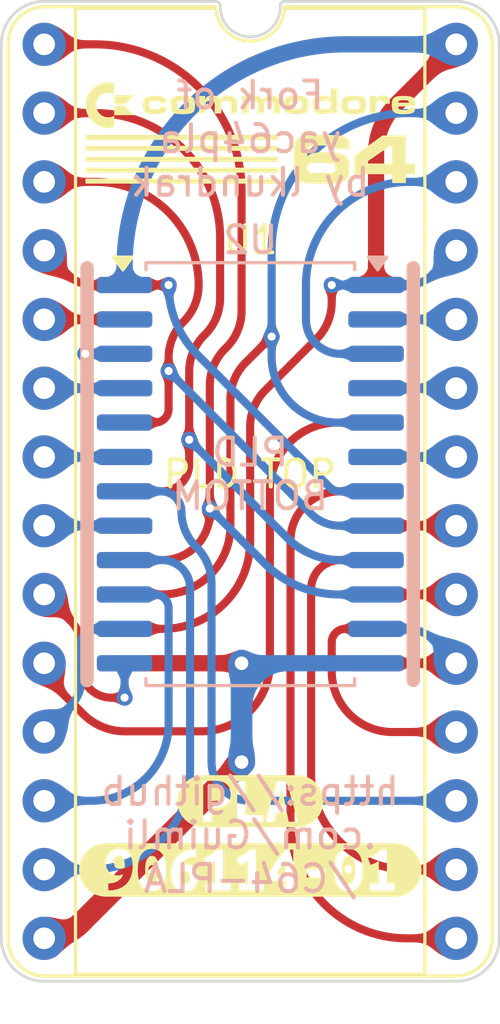
<source format=kicad_pcb>
(kicad_pcb (version 20240108) (generator "pcbnew") (generator_version "8.0")
  (layers (0 "F.Cu" signal) (31 "B.Cu" signal) (34 "B.Paste" user) (35 "F.Paste" user) (36 "B.SilkS" user "B.Silkscreen") (37 "F.SilkS" user "F.Silkscreen") (38 "B.Mask" user) (39 "F.Mask" user) (44 "Edge.Cuts" user))
  (net 0 "")
  (net 1 "/GR{slash}~{W}")
  (net 2 "/~{CAS}")
  (net 3 "/FE")
  (net 4 "/R{slash}~{W}")
  (net 5 "/~{AEC}")
  (net 6 "/A15")
  (net 7 "/A12")
  (net 8 "GND")
  (net 9 "/~{OE}")
  (net 10 "/BA")
  (net 11 "/A14")
  (net 12 "/~{IRAM}")
  (net 13 "/A13")
  (net 14 "/~{CHAREN}")
  (net 15 "/~{BASIC}")
  (net 16 "/~{ROML}")
  (net 17 "/~{EXROM}")
  (net 18 "/~{LORAM}")
  (net 19 "/~{I{slash}O}")
  (net 20 "/~{CHAROM}")
  (net 21 "/~{VA14}")
  (net 22 "/VA13")
  (net 23 "/~{GAME}")
  (net 24 "/~{ROMH}")
  (net 25 "/TCR")
  (net 26 "/~{CASRAM}")
  (net 27 "VCC")
  (net 28 "/~{KERNAL}")
  (net 29 "/VA12")
  (net 30 "/uTIO2")
  (net 31 "/TIO2")
  (net 32 "/TIO1")
  (footprint "kibuzzard-6781C1F4" (layer "F.Cu") (at 106.68 74.6275)
    (property "Reference" "kibuzzard-6781C1F4" (hide yes))
    (property "Value" "G***" (hide yes))
  )
  (footprint "Additional:DIP-28_W15.24mm_Socket" (layer "F.Cu") (at 99.055 46.6725)
    (property "Reference" "U3" (hide yes))
    (property "Value" "C64_PLA")
  )
  (footprint "kibuzzard-6781C1DF" (layer "F.Cu") (at 106.68 77.1675)
    (property "Reference" "kibuzzard-6781C1DF" (hide yes))
    (property "Value" "G***" (hide yes))
  )
  (footprint "Package_SO:SOIC-24W_7.5x15.4mm_P1.27mm" (layer "F.Cu") (at 106.68 62.5475)
    (property "Reference" "U1")
    (property "Value" "ATF22V10C")
  )
  (footprint "Package_SO:SOIC-24W_7.5x15.4mm_P1.27mm" (layer "B.Cu") (at 106.68 62.5475 180)
    (property "Reference" "U2")
    (property "Value" "ATF22V10C")
  )
  (gr_line (start 112.7065 70.1675) (end 112.7065 54.9275) (stroke (width 0.5)) (layer "B.SilkS"))
  (gr_line (start 100.6415 54.9275) (end 100.6415 70.1675) (stroke (width 0.5)) (layer "B.SilkS"))
  (gr_poly (pts (xy 102.00105 49.288777) (xy 101.647037 49.288777) (xy 101.647037 48.950957) (xy 102.00105 48.950957)) (stroke (width -0.000001)) (fill solid) (layer "F.SilkS"))
  (gr_poly (pts (xy 104.24978 48.573804) (xy 104.31048 48.575971) (xy 104.364712 48.579865) (xy 104.389508 48.582533) (xy 104.412814 48.585718) (xy 104.434673 48.589452) (xy 104.455126 48.593761) (xy 104.474215 48.598676) (xy 104.491984 48.604225) (xy 104.508474 48.610436) (xy 104.523727 48.61734) (xy 104.537787 48.624964) (xy 104.550694 48.633338) (xy 104.562491 48.642491) (xy 104.573221 48.652451) (xy 104.582926 48.663248) (xy 104.591648 48.674909) (xy 104.599429 48.687465) (xy 104.606312 48.700944) (xy 104.612339 48.715375) (xy 104.617552 48.730786) (xy 104.621994 48.747207) (xy 104.625706 48.764667) (xy 104.628731 48.783195) (xy 104.631111 48.802818) (xy 104.632889 48.823567) (xy 104.634106 48.845471) (xy 104.63503 48.892855) (xy 104.634487 48.944766) (xy 104.632531 48.991708) (xy 104.628671 49.033904) (xy 104.622419 49.071578) (xy 104.618242 49.088789) (xy 104.613283 49.104954) (xy 104.60748 49.120101) (xy 104.600773 49.134258) (xy 104.5931 49.147452) (xy 104.584399 49.159712) (xy 104.57461 49.171066) (xy 104.563672 49.181542) (xy 104.551522 49.191167) (xy 104.538099 49.199971) (xy 104.523343 49.20798) (xy 104.507193 49.215223) (xy 104.489586 49.221728) (xy 104.470461 49.227523) (xy 104.449758 49.232636) (xy 104.427414 49.237094) (xy 104.377563 49.244162) (xy 104.320416 49.24895) (xy 104.255483 49.251682) (xy 104.182275 49.252582) (xy 104.113038 49.251851) (xy 104.050935 49.249497) (xy 103.995596 49.245282) (xy 103.970349 49.242403) (xy 103.946655 49.23897) (xy 103.924469 49.234952) (xy 103.903743 49.23032) (xy 103.884434 49.225045) (xy 103.866493 49.219096) (xy 103.849876 49.212444) (xy 103.834537 49.205059) (xy 103.820429 49.196911) (xy 103.807506 49.187971) (xy 103.795723 49.178209) (xy 103.785033 49.167594) (xy 103.775391 49.156098) (xy 103.76675 49.14369) (xy 103.759065 49.130341) (xy 103.752289 49.11602) (xy 103.746377 49.100699) (xy 103.741282 49.084347) (xy 103.736959 49.066935) (xy 103.733362 49.048432) (xy 103.730444 49.02881) (xy 103.72816 49.008038) (xy 103.725309 48.962926) (xy 103.72444 48.912857) (xy 103.724507 48.907777) (xy 103.970503 48.907777) (xy 103.970824 48.932254) (xy 103.971928 48.954106) (xy 103.974025 48.973479) (xy 103.977324 48.990516) (xy 103.97949 48.998204) (xy 103.982035 49.005361) (xy 103.984985 49.012007) (xy 103.988367 49.01816) (xy 103.992207 49.023836) (xy 103.996532 49.029055) (xy 104.001366 49.033833) (xy 104.006737 49.038191) (xy 104.012671 49.042144) (xy 104.019194 49.045712) (xy 104.026332 49.048912) (xy 104.034111 49.051762) (xy 104.042558 49.054281) (xy 104.051699 49.056487) (xy 104.072167 49.060029) (xy 104.095725 49.062532) (xy 104.122583 49.064142) (xy 104.152951 49.065003) (xy 104.187038 49.065257) (xy 104.21934 49.06495) (xy 104.248152 49.063947) (xy 104.273669 49.062124) (xy 104.285252 49.060867) (xy 104.296084 49.059359) (xy 104.306189 49.057584) (xy 104.315591 49.055527) (xy 104.324315 49.053173) (xy 104.332385 49.050507) (xy 104.339825 49.047512) (xy 104.346659 49.044174) (xy 104.352911 49.040476) (xy 104.358607 49.036405) (xy 104.363769 49.031943) (xy 104.368422 49.027077) (xy 104.372592 49.02179) (xy 104.3763 49.016067) (xy 104.379573 49.009892) (xy 104.382434 49.003251) (xy 104.384908 48.996128) (xy 104.387018 48.988507) (xy 104.388789 48.980373) (xy 104.390245 48.971711) (xy 104.391411 48.962504) (xy 104.392311 48.952739) (xy 104.393407 48.931469) (xy 104.39373 48.907777) (xy 104.393298 48.882574) (xy 104.391881 48.860413) (xy 104.389299 48.841098) (xy 104.387515 48.832447) (xy 104.385371 48.824434) (xy 104.382845 48.817035) (xy 104.379915 48.810225) (xy 104.376558 48.803981) (xy 104.372751 48.798277) (xy 104.368472 48.79309) (xy 104.363697 48.788394) (xy 104.358406 48.784166) (xy 104.352574 48.780381) (xy 104.346179 48.777014) (xy 104.339199 48.774041) (xy 104.331612 48.771439) (xy 104.323393 48.769181) (xy 104.304974 48.765605) (xy 104.283761 48.763117) (xy 104.259573 48.761521) (xy 104.23223 48.760624) (xy 104.167352 48.76014) (xy 104.137568 48.760336) (xy 104.110854 48.761027) (xy 104.087053 48.762365) (xy 104.066005 48.764501) (xy 104.056465 48.765916) (xy 104.047553 48.767587) (xy 104.039251 48.769534) (xy 104.031538 48.771776) (xy 104.024394 48.774332) (xy 104.0178 48.777221) (xy 104.011736 48.780461) (xy 104.006182 48.784072) (xy 104.001118 48.788072) (xy 103.996524 48.792481) (xy 103.992381 48.797319) (xy 103.988669 48.802602) (xy 103.985368 48.808352) (xy 103.982457 48.814587) (xy 103.979918 48.821325) (xy 103.977731 48.828586) (xy 103.975875 48.836389) (xy 103.97433 48.844753) (xy 103.973078 48.853696) (xy 103.972098 48.863239) (xy 103.970875 48.884196) (xy 103.970503 48.907777) (xy 103.724507 48.907777) (xy 103.725092 48.863574) (xy 103.727353 48.819044) (xy 103.731675 48.779051) (xy 103.738514 48.743377) (xy 103.743019 48.727092) (xy 103.748324 48.711805) (xy 103.754485 48.697489) (xy 103.76156 48.684118) (xy 103.769604 48.671663) (xy 103.778675 48.660099) (xy 103.788829 48.649396) (xy 103.800124 48.63953) (xy 103.812616 48.630471) (xy 103.826362 48.622194) (xy 103.841418 48.614671) (xy 103.857843 48.607875) (xy 103.875691 48.601778) (xy 103.895021 48.596354) (xy 103.915888 48.591575) (xy 103.93835 48.587415) (xy 103.988286 48.580841) (xy 104.045283 48.576414) (xy 104.109794 48.573917) (xy 104.182275 48.573133)) (stroke (width -0.000001)) (fill solid) (layer "F.SilkS"))
  (gr_poly (pts (xy 102.00105 48.88968) (xy 101.647037 48.88968) (xy 101.647037 48.55186) (xy 102.00105 48.55186)) (stroke (width -0.000001)) (fill solid) (layer "F.SilkS"))
  (gr_poly (pts (xy 109.905529 49.228453) (xy 109.669309 49.228453) (xy 109.669309 49.110342) (xy 109.660831 49.125594) (xy 109.651829 49.140019) (xy 109.642132 49.153598) (xy 109.631566 49.166307) (xy 109.619959 49.178125) (xy 109.607136 49.18903) (xy 109.592926 49.199) (xy 109.577155 49.208013) (xy 109.55965 49.216048) (xy 109.540238 49.223083) (xy 109.518747 49.229095) (xy 109.495002 49.234063) (xy 109.468832 49.237965) (xy 109.440062 49.24078) (xy 109.408521 49.242484) (xy 109.374035 49.243057) (xy 109.319385 49.242166) (xy 109.26972 49.239383) (xy 109.22484 49.234539) (xy 109.20413 49.231293) (xy 109.184541 49.22747) (xy 109.166048 49.223049) (xy 109.148624 49.218009) (xy 109.132246 49.212329) (xy 109.116887 49.205988) (xy 109.102523 49.198966) (xy 109.089128 49.191242) (xy 109.076678 49.182795) (xy 109.065146 49.173604) (xy 109.054509 49.163649) (xy 109.04474 49.152908) (xy 109.035815 49.141361) (xy 109.027708 49.128987) (xy 109.020394 49.115765) (xy 109.013849 49.101674) (xy 109.008046 49.086694) (xy 109.002961 49.070804) (xy 108.998568 49.053982) (xy 108.994843 49.036209) (xy 108.99176 49.017463) (xy 108.989294 48.997723) (xy 108.986113 48.95518) (xy 108.985186 48.91254) (xy 109.230843 48.91254) (xy 109.231441 48.935958) (xy 109.233322 48.956565) (xy 109.234785 48.965869) (xy 109.236617 48.974538) (xy 109.238834 48.982594) (xy 109.241454 48.99006) (xy 109.244492 48.996956) (xy 109.247963 49.003307) (xy 109.251886 49.009135) (xy 109.256275 49.014461) (xy 109.261148 49.019309) (xy 109.266519 49.023701) (xy 109.272406 49.027659) (xy 109.278824 49.031206) (xy 109.285791 49.034363) (xy 109.293321 49.037155) (xy 109.31014 49.041729) (xy 109.329409 49.045107) (xy 109.351259 49.047467) (xy 109.375819 49.048991) (xy 109.40322 49.049857) (xy 109.467062 49.050335) (xy 109.50009 49.050129) (xy 109.529212 49.049386) (xy 109.554671 49.04792) (xy 109.576713 49.045543) (xy 109.58653 49.043954) (xy 109.595584 49.042068) (xy 109.603906 49.039861) (xy 109.611527 49.037309) (xy 109.618478 49.034389) (xy 109.624789 49.031078) (xy 109.630491 49.027352) (xy 109.635614 49.023189) (xy 109.64019 49.018564) (xy 109.644248 49.013454) (xy 109.64782 49.007836) (xy 109.650936 49.001687) (xy 109.653626 48.994983) (xy 109.655922 48.9877) (xy 109.657854 48.979816) (xy 109.659452 48.971307) (xy 109.660747 48.96215) (xy 109.661771 48.952321) (xy 109.663124 48.930554) (xy 109.663756 48.905821) (xy 109.663912 48.877932) (xy 109.66338 48.859548) (xy 109.661743 48.843027) (xy 109.660489 48.835436) (xy 109.658935 48.828276) (xy 109.657072 48.821535) (xy 109.654893 48.815201) (xy 109.652389 48.809264) (xy 109.649552 48.80371) (xy 109.646375 48.798529) (xy 109.642849 48.793709) (xy 109.638966 48.789237) (xy 109.634719 48.785103) (xy 109.630099 48.781295) (xy 109.625098 48.777801) (xy 109.619708 48.774609) (xy 109.613921 48.771708) (xy 109.607729 48.769085) (xy 109.601125 48.76673) (xy 109.586646 48.762775) (xy 109.570418 48.759748) (xy 109.552379 48.757557) (xy 109.532463 48.756107) (xy 109.510607 48.755306) (xy 109.486747 48.75506) (xy 109.451433 48.755154) (xy 109.419234 48.755576) (xy 109.390033 48.756533) (xy 109.363716 48.758235) (xy 109.351603 48.75943) (xy 109.340167 48.760889) (xy 109.329395 48.762638) (xy 109.319271 48.764704) (xy 109.309782 48.767112) (xy 109.300912 48.769888) (xy 109.292649 48.773059) (xy 109.284976 48.77665) (xy 109.27788 48.780688) (xy 109.271347 48.785198) (xy 109.265361 48.790206) (xy 109.259908 48.79574) (xy 109.254975 48.801824) (xy 109.250547 48.808484) (xy 109.246608 48.815748) (xy 109.243146 48.82364) (xy 109.240144 48.832187) (xy 109.23759 48.841415) (xy 109.235468 48.85135) (xy 109.233765 48.862018) (xy 109.232465 48.873445) (xy 109.231554 48.885657) (xy 109.231018 48.89868) (xy 109.230843 48.91254) (xy 108.985186 48.91254) (xy 108.985097 48.908412) (xy 108.985837 48.862425) (xy 108.988249 48.820342) (xy 108.992623 48.782034) (xy 108.995635 48.764255) (xy 108.999245 48.747371) (xy 109.00349 48.731366) (xy 109.008405 48.716223) (xy 109.014027 48.701928) (xy 109.020391 48.688463) (xy 109.027534 48.675813) (xy 109.035492 48.66396) (xy 109.0443 48.65289) (xy 109.053994 48.642586) (xy 109.064612 48.633031) (xy 109.076188 48.62421) (xy 109.088759 48.616106) (xy 109.102361 48.608704) (xy 109.11703 48.601986) (xy 109.132802 48.595938) (xy 109.149713 48.590542) (xy 109.167798 48.585783) (xy 109.187095 48.581644) (xy 109.207639 48.57811) (xy 109.252613 48.572789) (xy 109.303008 48.569691) (xy 109.359112 48.568687) (xy 109.377139 48.568802) (xy 109.394329 48.569144) (xy 109.410709 48.569714) (xy 109.426308 48.57051) (xy 109.441154 48.571532) (xy 109.455274 48.572779) (xy 109.468696 48.57425) (xy 109.481449 48.575945) (xy 109.49356 48.577863) (xy 109.505057 48.580003) (xy 109.515968 48.582364) (xy 109.52632 48.584945) (xy 109.536143 48.587746) (xy 109.545463 48.590767) (xy 109.554309 48.594005) (xy 109.562709 48.597461) (xy 109.57069 48.601134) (xy 109.57828 48.605022) (xy 109.585507 48.609126) (xy 109.5924 48.613444) (xy 109.598986 48.617976) (xy 109.605292 48.622721) (xy 109.611348 48.627679) (xy 109.61718 48.632847) (xy 109.622817 48.638227) (xy 109.628286 48.643816) (xy 109.638835 48.655621) (xy 109.649048 48.668257) (xy 109.65915 48.681718) (xy 109.65915 48.302623) (xy 109.905529 48.302623)) (stroke (width -0.000001)) (fill solid) (layer "F.SilkS"))
  (gr_poly (pts (xy 111.61527 48.563968) (xy 111.652597 48.567006) (xy 111.669623 48.569316) (xy 111.685599 48.572167) (xy 111.700559 48.575567) (xy 111.714536 48.579527) (xy 111.72756 48.584057) (xy 111.739666 48.589167) (xy 111.750884 48.594865) (xy 111.761249 48.601164) (xy 111.770792 48.608071) (xy 111.779545 48.615597) (xy 111.787541 48.623751) (xy 111.794813 48.632545) (xy 111.801393 48.641986) (xy 111.807313 48.652086) (xy 111.812607 48.662853) (xy 111.817305 48.674299) (xy 111.821441 48.686432) (xy 111.825047 48.699263) (xy 111.8308 48.727055) (xy 111.834822 48.757756) (xy 111.837374 48.791443) (xy 111.838715 48.828195) (xy 111.839104 48.86809) (xy 111.61749 48.86809) (xy 111.616349 48.85306) (xy 111.614661 48.839259) (xy 111.612347 48.826651) (xy 111.610931 48.820784) (xy 111.609329 48.815201) (xy 111.607531 48.809899) (xy 111.605527 48.804873) (xy 111.603308 48.800119) (xy 111.600864 48.795631) (xy 111.598184 48.791406) (xy 111.59526 48.787439) (xy 111.59208 48.783726) (xy 111.588637 48.780261) (xy 111.584919 48.777042) (xy 111.580916 48.774062) (xy 111.57662 48.771319) (xy 111.572019 48.768806) (xy 111.567105 48.76652) (xy 111.561868 48.764457) (xy 111.556297 48.762611) (xy 111.550383 48.760978) (xy 111.544116 48.759555) (xy 111.537486 48.758335) (xy 111.523098 48.756492) (xy 111.507142 48.755412) (xy 111.489537 48.75506) (xy 111.480439 48.75519) (xy 111.471602 48.755581) (xy 111.463027 48.756232) (xy 111.454716 48.757143) (xy 111.446671 48.758314) (xy 111.438895 48.759746) (xy 111.431387 48.761438) (xy 111.424152 48.763389) (xy 111.41719 48.765601) (xy 111.410503 48.768073) (xy 111.404093 48.770804) (xy 111.397963 48.773796) (xy 111.392113 48.777047) (xy 111.386547 48.780557) (xy 111.381264 48.784328) (xy 111.376269 48.788358) (xy 111.371561 48.792647) (xy 111.367144 48.797196) (xy 111.363019 48.802005) (xy 111.359188 48.807072) (xy 111.355653 48.812399) (xy 111.352415 48.817985) (xy 111.349477 48.823831) (xy 111.34684 48.829935) (xy 111.344507 48.836299) (xy 111.342478 48.842921) (xy 111.340757 48.849803) (xy 111.339344 48.856943) (xy 111.338242 48.864343) (xy 111.337453 48.872) (xy 111.336978 48.879917) (xy 111.336819 48.888092) (xy 111.336819 49.2275) (xy 111.100599 49.2275) (xy 111.100599 48.578212) (xy 111.326977 48.578212) (xy 111.327295 48.700767) (xy 111.337383 48.681378) (xy 111.347504 48.663762) (xy 111.357802 48.647847) (xy 111.368421 48.633562) (xy 111.379505 48.620833) (xy 111.391198 48.60959) (xy 111.397318 48.604502) (xy 111.403645 48.599759) (xy 111.410195 48.595351) (xy 111.416989 48.59127) (xy 111.424042 48.587505) (xy 111.431375 48.584049) (xy 111.446947 48.578025) (xy 111.463849 48.573125) (xy 111.482225 48.569278) (xy 111.50222 48.566411) (xy 111.523978 48.564453) (xy 111.547642 48.56333) (xy 111.573358 48.562972)) (stroke (width -0.000001)) (fill solid) (layer "F.SilkS"))
  (gr_poly (pts (xy 112.41918 48.578799) (xy 112.483662 48.581675) (xy 112.539592 48.586769) (xy 112.564545 48.590224) (xy 112.587595 48.594326) (xy 112.608821 48.599104) (xy 112.628301 48.604591) (xy 112.646113 48.610816) (xy 112.662336 48.617811) (xy 112.677048 48.625605) (xy 112.690328 48.63423) (xy 112.702253 48.643717) (xy 112.712904 48.654095) (xy 112.722357 48.665396) (xy 112.730691 48.677651) (xy 112.737985 48.690889) (xy 112.744317 48.705143) (xy 112.749766 48.720442) (xy 112.754409 48.736817) (xy 112.758326 48.7543) (xy 112.761595 48.772919) (xy 112.766502 48.813695) (xy 112.769758 48.859388) (xy 112.773824 48.966515) (xy 112.153747 48.966515) (xy 112.154187 48.986688) (xy 112.155663 49.004774) (xy 112.158404 49.020882) (xy 112.162642 49.03512) (xy 112.165395 49.041571) (xy 112.168609 49.047596) (xy 112.172312 49.053207) (xy 112.176534 49.058418) (xy 112.181304 49.063243) (xy 112.186651 49.067696) (xy 112.192603 49.071789) (xy 112.199189 49.075536) (xy 112.206439 49.078952) (xy 112.21438 49.082049) (xy 112.232455 49.087342) (xy 112.253646 49.091523) (xy 112.278182 49.094701) (xy 112.306296 49.096984) (xy 112.338219 49.09848) (xy 112.374181 49.099299) (xy 112.414415 49.099547) (xy 112.423413 49.099476) (xy 112.431963 49.099261) (xy 112.440077 49.098903) (xy 112.447767 49.098401) (xy 112.455046 49.097756) (xy 112.461926 49.096967) (xy 112.46842 49.096035) (xy 112.474541 49.094959) (xy 112.480301 49.093739) (xy 112.485712 49.092375) (xy 112.490788 49.090868) (xy 112.495541 49.089217) (xy 112.499982 49.087422) (xy 112.504126 49.085483) (xy 112.507984 49.083399) (xy 112.511569 49.081172) (xy 112.514894 49.078801) (xy 112.517971 49.076285) (xy 112.520812 49.073625) (xy 112.523431 49.07082) (xy 112.525839 49.067872) (xy 112.52805 49.064778) (xy 112.530076 49.061541) (xy 112.531929 49.058158) (xy 112.533622 49.054631) (xy 112.535168 49.05096) (xy 112.536579 49.047143) (xy 112.537867 49.043182) (xy 112.540128 49.034825) (xy 112.542049 49.025887) (xy 112.773507 49.025887) (xy 112.77306 49.045141) (xy 112.771717 49.063276) (xy 112.769476 49.080327) (xy 112.766334 49.096325) (xy 112.762287 49.111305) (xy 112.757333 49.1253) (xy 112.75147 49.138343) (xy 112.744694 49.150466) (xy 112.737003 49.161705) (xy 112.728394 49.172091) (xy 112.718864 49.181658) (xy 112.70841 49.190439) (xy 112.69703 49.198468) (xy 112.68472 49.205778) (xy 112.671479 49.212401) (xy 112.657302 49.218372) (xy 112.626134 49.228488) (xy 112.591193 49.236392) (xy 112.552457 49.242351) (xy 112.509903 49.246629) (xy 112.46351 49.249494) (xy 112.413254 49.251211) (xy 112.301067 49.252265) (xy 112.249661 49.25059) (xy 112.202405 49.247336) (xy 112.159182 49.2423) (xy 112.139048 49.23905) (xy 112.119879 49.235279) (xy 112.101661 49.23096) (xy 112.08438 49.22607) (xy 112.068022 49.220581) (xy 112.052571 49.21447) (xy 112.038014 49.20771) (xy 112.024336 49.200277) (xy 112.011524 49.192145) (xy 111.999561 49.183288) (xy 111.988436 49.173682) (xy 111.978132 49.1633) (xy 111.968635 49.152118) (xy 111.959932 49.140111) (xy 111.952007 49.127252) (xy 111.944847 49.113517) (xy 111.938437 49.098879) (xy 111.932762 49.083315) (xy 111.927809 49.066799) (xy 111.923563 49.049304) (xy 111.92001 49.030806) (xy 111.917135 49.01128) (xy 111.914924 48.9907) (xy 111.913362 48.96904) (xy 111.912436 48.946276) (xy 111.91213 48.922382) (xy 111.913104 48.872261) (xy 111.916079 48.829037) (xy 112.148984 48.829037) (xy 112.542684 48.829037) (xy 112.540635 48.814173) (xy 112.538048 48.800947) (xy 112.534728 48.789268) (xy 112.53048 48.779041) (xy 112.527947 48.774443) (xy 112.525108 48.770172) (xy 112.52194 48.766217) (xy 112.518418 48.762567) (xy 112.514516 48.759209) (xy 112.510212 48.756132) (xy 112.505481 48.753324) (xy 112.500298 48.750774) (xy 112.488478 48.746397) (xy 112.474558 48.742909) (xy 112.458342 48.740216) (xy 112.439635 48.738223) (xy 112.418242 48.736836) (xy 112.393967 48.735962) (xy 112.335991 48.735375) (xy 112.308047 48.73567) (xy 112.283146 48.736574) (xy 112.271777 48.737263) (xy 112.261099 48.738115) (xy 112.251087 48.739133) (xy 112.241719 48.740321) (xy 112.232971 48.741683) (xy 112.224819 48.743221) (xy 112.21724 48.744941) (xy 112.210211 48.746844) (xy 112.203709 48.748935) (xy 112.197709 48.751217) (xy 112.192188 48.753694) (xy 112.187124 48.75637) (xy 112.182492 48.759247) (xy 112.178269 48.762329) (xy 112.174432 48.765621) (xy 112.170957 48.769125) (xy 112.167821 48.772845) (xy 112.165 48.776784) (xy 112.162471 48.780947) (xy 112.160211 48.785337) (xy 112.158196 48.789956) (xy 112.156402 48.79481) (xy 112.154807 48.7999) (xy 112.153386 48.805232) (xy 112.150976 48.816632) (xy 112.148984 48.829037) (xy 111.916079 48.829037) (xy 111.916219 48.826997) (xy 111.921761 48.786368) (xy 111.925533 48.767721) (xy 111.930019 48.750149) (xy 111.935256 48.733623) (xy 111.941279 48.718115) (xy 111.948125 48.703598) (xy 111.955829 48.690043) (xy 111.964428 48.677423) (xy 111.973957 48.665709) (xy 111.984452 48.654873) (xy 111.99595 48.644887) (xy 112.008485 48.635724) (xy 112.022094 48.627355) (xy 112.036814 48.619753) (xy 112.052679 48.612888) (xy 112.069726 48.606734) (xy 112.087991 48.601262) (xy 112.107509 48.596444) (xy 112.128317 48.592252) (xy 112.173946 48.585635) (xy 112.225163 48.581185) (xy 112.282258 48.57868) (xy 112.345517 48.577895)) (stroke (width -0.000001)) (fill solid) (layer "F.SilkS"))
  (gr_poly (pts (xy 105.89018 48.564018) (xy 105.909027 48.565328) (xy 105.927286 48.567167) (xy 105.944955 48.569537) (xy 105.962028 48.572441) (xy 105.978503 48.575881) (xy 105.994377 48.579859) (xy 106.009644 48.58438) (xy 106.024303 48.589444) (xy 106.038349 48.595054) (xy 106.051778 48.601214) (xy 106.064588 48.607925) (xy 106.076774 48.61519) (xy 106.088333 48.623012) (xy 106.099261 48.631394) (xy 106.109554 48.640337) (xy 106.11921 48.649844) (xy 106.128224 48.659919) (xy 106.136593 48.670563) (xy 106.144313 48.681779) (xy 106.151381 48.693569) (xy 106.157793 48.705937) (xy 106.163545 48.718885) (xy 106.168633 48.732415) (xy 106.173055 48.746529) (xy 106.176807 48.761231) (xy 106.179885 48.776523) (xy 106.182285 48.792408) (xy 106.184003 48.808888) (xy 106.185037 48.825965) (xy 106.185383 48.843642) (xy 106.185383 49.2275) (xy 105.949163 49.2275) (xy 105.949163 48.883012) (xy 105.948583 48.86625) (xy 105.947857 48.858414) (xy 105.946837 48.850933) (xy 105.945521 48.8438) (xy 105.943907 48.837011) (xy 105.941995 48.830557) (xy 105.939781 48.824434) (xy 105.937265 48.818634) (xy 105.934445 48.813152) (xy 105.931317 48.80798) (xy 105.927882 48.803114) (xy 105.924137 48.798546) (xy 105.92008 48.794271) (xy 105.915709 48.790282) (xy 105.911023 48.786572) (xy 105.90602 48.783136) (xy 105.900697 48.779967) (xy 105.895054 48.777059) (xy 105.889089 48.774405) (xy 105.882799 48.772) (xy 105.876183 48.769837) (xy 105.861964 48.766212) (xy 105.84642 48.76348) (xy 105.829534 48.761591) (xy 105.811293 48.760494) (xy 105.791683 48.76014) (xy 105.770903 48.760491) (xy 105.751104 48.761578) (xy 105.732334 48.763453) (xy 105.723351 48.764702) (xy 105.714644 48.766168) (xy 105.70622 48.767856) (xy 105.698083 48.769773) (xy 105.690242 48.771926) (xy 105.682701 48.774321) (xy 105.675468 48.776965) (xy 105.668548 48.779864) (xy 105.661948 48.783024) (xy 105.655674 48.786453) (xy 105.649731 48.790156) (xy 105.644127 48.794139) (xy 105.638868 48.79841) (xy 105.633959 48.802975) (xy 105.629407 48.807839) (xy 105.625219 48.813011) (xy 105.621399 48.818496) (xy 105.617956 48.8243) (xy 105.614894 48.83043) (xy 105.61222 48.836893) (xy 105.609941 48.843694) (xy 105.608062 48.850841) (xy 105.60659 48.85834) (xy 105.60553 48.866197) (xy 105.60489 48.874419) (xy 105.604675 48.883012) (xy 105.604675 49.2275) (xy 105.363375 49.2275) (xy 105.363375 48.927462) (xy 105.36296 48.905282) (xy 105.361661 48.884904) (xy 105.359399 48.866276) (xy 105.357881 48.857603) (xy 105.356093 48.849348) (xy 105.354023 48.841505) (xy 105.351663 48.834067) (xy 105.349002 48.827029) (xy 105.346029 48.820384) (xy 105.342736 48.814126) (xy 105.339112 48.808247) (xy 105.335147 48.802742) (xy 105.330832 48.797605) (xy 105.326155 48.792828) (xy 105.321107 48.788406) (xy 105.315679 48.784332) (xy 105.309859 48.7806) (xy 105.303639 48.777203) (xy 105.297008 48.774135) (xy 105.289955 48.77139) (xy 105.282472 48.768961) (xy 105.274548 48.766841) (xy 105.266174 48.765025) (xy 105.257338 48.763506) (xy 105.248031 48.762277) (xy 105.238244 48.761332) (xy 105.227965 48.760666) (xy 105.205895 48.76014) (xy 105.181926 48.760549) (xy 105.15987 48.761806) (xy 105.149543 48.762765) (xy 105.139677 48.763953) (xy 105.130263 48.765375) (xy 105.121296 48.767036) (xy 105.11277 48.768941) (xy 105.104678 48.771097) (xy 105.097013 48.773508) (xy 105.08977 48.77618) (xy 105.082942 48.779119) (xy 105.076523 48.782329) (xy 105.070506 48.785817) (xy 105.064886 48.789588) (xy 105.059655 48.793647) (xy 105.054807 48.798) (xy 105.050336 48.802653) (xy 105.046237 48.80761) (xy 105.042501 48.812877) (xy 105.039124 48.81846) (xy 105.036098 48.824364) (xy 105.033418 48.830595) (xy 105.031077 48.837158) (xy 105.029069 48.844058) (xy 105.027387 48.851302) (xy 105.026025 48.858894) (xy 105.024976 48.866839) (xy 105.024235 48.875145) (xy 105.023795 48.883815) (xy 105.02365 48.892855) (xy 105.02365 49.2275) (xy 104.78743 49.2275) (xy 104.78743 48.578212) (xy 105.008727 48.578212) (xy 105.009045 48.730295) (xy 105.014839 48.710574) (xy 105.021252 48.692021) (xy 105.028444 48.67465) (xy 105.036573 48.658475) (xy 105.045798 48.643512) (xy 105.056278 48.629775) (xy 105.062037 48.62337) (xy 105.06817 48.617277) (xy 105.074695 48.611497) (xy 105.081634 48.606033) (xy 105.089004 48.600887) (xy 105.096827 48.596059) (xy 105.105123 48.591552) (xy 105.11391 48.587367) (xy 105.123209 48.583507) (xy 105.13304 48.579973) (xy 105.143422 48.576767) (xy 105.154376 48.573891) (xy 105.178076 48.569136) (xy 105.2043 48.565721) (xy 105.233205 48.563662) (xy 105.26495 48.562972) (xy 105.282139 48.563144) (xy 105.298654 48.563656) (xy 105.314513 48.564501) (xy 105.329734 48.565674) (xy 105.344335 48.567167) (xy 105.358334 48.568975) (xy 105.371749 48.571091) (xy 105.384598 48.573509) (xy 105.396899 48.576224) (xy 105.408671 48.579227) (xy 105.41993 48.582514) (xy 105.430696 48.586078) (xy 105.440986 48.589913) (xy 105.450819 48.594011) (xy 105.460211 48.598369) (xy 105.469182 48.602977) (xy 105.477749 48.607832) (xy 105.485931 48.612926) (xy 105.493744 48.618252) (xy 105.501209 48.623806) (xy 105.508341 48.62958) (xy 105.51516 48.635568) (xy 105.521684 48.641764) (xy 105.527929 48.648162) (xy 105.533916 48.654755) (xy 105.539661 48.661537) (xy 105.550498 48.675643) (xy 105.560586 48.69043) (xy 105.570068 48.705847) (xy 105.575246 48.692052) (xy 105.581568 48.678469) (xy 105.58914 48.665192) (xy 105.598072 48.652314) (xy 105.608472 48.639929) (xy 105.620448 48.628131) (xy 105.634108 48.617013) (xy 105.649562 48.606668) (xy 105.666916 48.597191) (xy 105.686281 48.588673) (xy 105.707763 48.58121) (xy 105.731472 48.574894) (xy 105.757515 48.569818) (xy 105.786002 48.566077) (xy 105.81704 48.563764) (xy 105.850738 48.562972)) (stroke (width -0.000001)) (fill solid) (layer "F.SilkS"))
  (gr_line (start 100.6415 54.9275) (end 100.6415 70.1675) (stroke (width 0.5)) (layer "F.SilkS"))
  (gr_poly (pts (xy 110.572475 48.573804) (xy 110.633174 48.575971) (xy 110.687406 48.579865) (xy 110.712203 48.582533) (xy 110.735509 48.585718) (xy 110.757367 48.589452) (xy 110.77782 48.593761) (xy 110.79691 48.598676) (xy 110.814679 48.604225) (xy 110.831169 48.610436) (xy 110.846422 48.61734) (xy 110.860481 48.624964) (xy 110.873388 48.633338) (xy 110.885186 48.642491) (xy 110.895916 48.652451) (xy 110.905621 48.663248) (xy 110.914343 48.674909) (xy 110.922124 48.687465) (xy 110.929007 48.700944) (xy 110.935034 48.715375) (xy 110.940247 48.730786) (xy 110.944688 48.747207) (xy 110.9484 48.764667) (xy 110.951425 48.783195) (xy 110.953806 48.802818) (xy 110.955583 48.823567) (xy 110.956801 48.845471) (xy 110.957724 48.892855) (xy 110.957185 48.944766) (xy 110.955238 48.991708) (xy 110.951393 49.033904) (xy 110.945158 49.071578) (xy 110.940991 49.088789) (xy 110.936041 49.104954) (xy 110.930249 49.120101) (xy 110.923551 49.134258) (xy 110.915888 49.147452) (xy 110.907197 49.159712) (xy 110.897416 49.171066) (xy 110.886485 49.181542) (xy 110.874342 49.191167) (xy 110.860926 49.199971) (xy 110.846175 49.20798) (xy 110.830027 49.215223) (xy 110.812421 49.221728) (xy 110.793296 49.227523) (xy 110.772591 49.232636) (xy 110.750243 49.237094) (xy 110.700375 49.244162) (xy 110.643202 49.24895) (xy 110.57823 49.251682) (xy 110.504969 49.252582) (xy 110.436627 49.251851) (xy 110.375306 49.249497) (xy 110.320646 49.245282) (xy 110.295701 49.242403) (xy 110.272286 49.23897) (xy 110.250357 49.234952) (xy 110.229867 49.23032) (xy 110.210772 49.225045) (xy 110.193027 49.219096) (xy 110.176587 49.212444) (xy 110.161407 49.205059) (xy 110.147441 49.196911) (xy 110.134645 49.187971) (xy 110.122974 49.178209) (xy 110.112382 49.167594) (xy 110.102824 49.156098) (xy 110.094256 49.14369) (xy 110.086633 49.130341) (xy 110.079908 49.11602) (xy 110.074038 49.100699) (xy 110.068977 49.084347) (xy 110.06468 49.066935) (xy 110.061103 49.048432) (xy 110.058199 49.02881) (xy 110.055924 49.008038) (xy 110.053082 48.962926) (xy 110.052214 48.912857) (xy 110.052281 48.907777) (xy 110.288752 48.907777) (xy 110.289078 48.932254) (xy 110.2902 48.954106) (xy 110.292333 48.973479) (xy 110.295692 48.990516) (xy 110.297899 48.998204) (xy 110.300494 49.005361) (xy 110.303502 49.012007) (xy 110.306952 49.01816) (xy 110.31087 49.023836) (xy 110.315283 49.029055) (xy 110.320217 49.033833) (xy 110.325701 49.038191) (xy 110.331761 49.042144) (xy 110.338423 49.045712) (xy 110.345715 49.048912) (xy 110.353663 49.051762) (xy 110.362295 49.054281) (xy 110.371637 49.056487) (xy 110.39256 49.060029) (xy 110.416647 49.062532) (xy 110.444114 49.064142) (xy 110.475177 49.065003) (xy 110.51005 49.065257) (xy 110.542404 49.06495) (xy 110.571255 49.063947) (xy 110.596799 49.062124) (xy 110.608391 49.060867) (xy 110.61923 49.059359) (xy 110.62934 49.057584) (xy 110.638744 49.055527) (xy 110.647469 49.053173) (xy 110.655537 49.050507) (xy 110.662973 49.047512) (xy 110.669803 49.044174) (xy 110.67605 49.040476) (xy 110.681738 49.036405) (xy 110.686892 49.031943) (xy 110.691537 49.027077) (xy 110.695697 49.02179) (xy 110.699396 49.016067) (xy 110.702659 49.009892) (xy 110.70551 49.003251) (xy 110.707974 48.996128) (xy 110.710075 48.988507) (xy 110.711837 48.980373) (xy 110.713285 48.971711) (xy 110.714443 48.962504) (xy 110.715336 48.952739) (xy 110.716423 48.931469) (xy 110.716742 48.907777) (xy 110.71631 48.882574) (xy 110.714893 48.860413) (xy 110.712311 48.841098) (xy 110.710527 48.832447) (xy 110.708383 48.824434) (xy 110.705857 48.817035) (xy 110.702927 48.810225) (xy 110.69957 48.803981) (xy 110.695763 48.798277) (xy 110.691484 48.79309) (xy 110.68671 48.788394) (xy 110.681418 48.784166) (xy 110.675586 48.780381) (xy 110.669192 48.777014) (xy 110.662212 48.774041) (xy 110.654624 48.771439) (xy 110.646405 48.769181) (xy 110.627986 48.765605) (xy 110.606773 48.763117) (xy 110.582585 48.761521) (xy 110.555242 48.760624) (xy 110.490365 48.76014) (xy 110.459742 48.760336) (xy 110.432295 48.761027) (xy 110.407857 48.762365) (xy 110.386264 48.764501) (xy 110.376483 48.765916) (xy 110.36735 48.767587) (xy 110.358846 48.769534) (xy 110.35095 48.771776) (xy 110.34364 48.774332) (xy 110.336897 48.777221) (xy 110.330699 48.780461) (xy 110.325026 48.784072) (xy 110.319858 48.788072) (xy 110.315172 48.792481) (xy 110.31095 48.797319) (xy 110.307169 48.802602) (xy 110.30381 48.808352) (xy 110.300852 48.814587) (xy 110.298274 48.821325) (xy 110.296054 48.828586) (xy 110.294174 48.836389) (xy 110.292611 48.844753) (xy 110.291346 48.853696) (xy 110.290357 48.863239) (xy 110.289126 48.884196) (xy 110.288752 48.907777) (xy 110.052281 48.907777) (xy 110.052865 48.863574) (xy 110.055117 48.819044) (xy 110.059416 48.779051) (xy 110.066209 48.743377) (xy 110.07068 48.727092) (xy 110.075943 48.711805) (xy 110.082053 48.697489) (xy 110.089066 48.684118) (xy 110.097037 48.671663) (xy 110.106023 48.660099) (xy 110.11608 48.649396) (xy 110.127263 48.63953) (xy 110.139628 48.630471) (xy 110.153232 48.622194) (xy 110.168129 48.614671) (xy 110.184377 48.607875) (xy 110.20203 48.601778) (xy 110.221144 48.596354) (xy 110.241776 48.591575) (xy 110.263982 48.587415) (xy 110.313336 48.580841) (xy 110.369654 48.576414) (xy 110.433383 48.573917) (xy 110.504969 48.573133)) (stroke (width -0.000001)) (fill solid) (layer "F.SilkS"))
  (gr_poly (pts (xy 107.721447 51.413487) (xy 100.585 51.413487) (xy 100.585 51.228385) (xy 107.721447 51.228385)) (stroke (width -0.000001)) (fill solid) (layer "F.SilkS"))
  (gr_poly (pts (xy 107.721447 51.009945) (xy 100.585 51.009945) (xy 100.585 50.824842) (xy 107.721447 50.824842)) (stroke (width -0.000001)) (fill solid) (layer "F.SilkS"))
  (gr_poly (pts (xy 109.456192 50.017524) (xy 109.543143 50.018114) (xy 109.630153 50.019717) (xy 109.717252 50.022837) (xy 109.782182 50.025189) (xy 109.854442 50.029088) (xy 109.930973 50.035874) (xy 109.969885 50.040769) (xy 110.008717 50.046888) (xy 110.047088 50.054398) (xy 110.084616 50.063467) (xy 110.120917 50.074263) (xy 110.155611 50.086952) (xy 110.188313 50.101703) (xy 110.218643 50.118682) (xy 110.232799 50.12806) (xy 110.246217 50.138058) (xy 110.258852 50.148697) (xy 110.270655 50.159997) (xy 110.278319 50.168395) (xy 110.285489 50.17726) (xy 110.29218 50.186566) (xy 110.298409 50.196287) (xy 110.304192 50.206397) (xy 110.309546 50.21687) (xy 110.319034 50.238802) (xy 110.327003 50.261873) (xy 110.333587 50.285878) (xy 110.338916 50.310607) (xy 110.343124 50.335852) (xy 110.346342 50.361407) (xy 110.348703 50.387062) (xy 110.350338 50.412611) (xy 110.351379 50.437844) (xy 110.35221 50.486535) (xy 110.352252 50.531472) (xy 109.851872 50.531155) (xy 109.851716 50.520838) (xy 109.85148 50.515417) (xy 109.851103 50.509877) (xy 109.850556 50.504262) (xy 109.849812 50.498612) (xy 109.848845 50.49297) (xy 109.847625 50.48738) (xy 109.846127 50.481882) (xy 109.844322 50.476519) (xy 109.842183 50.471335) (xy 109.839683 50.46637) (xy 109.836794 50.461668) (xy 109.835195 50.459428) (xy 109.833488 50.45727) (xy 109.831671 50.455198) (xy 109.829739 50.453219) (xy 109.82769 50.451337) (xy 109.825519 50.449557) (xy 109.820908 50.446287) (xy 109.816025 50.443364) (xy 109.810907 50.440767) (xy 109.805586 50.43847) (xy 109.800098 50.43645) (xy 109.794477 50.434684) (xy 109.788758 50.433147) (xy 109.782974 50.431817) (xy 109.777161 50.430669) (xy 109.771352 50.42968) (xy 109.759886 50.428082) (xy 109.738524 50.425745) (xy 109.686866 50.421343) (xy 109.634821 50.418036) (xy 109.582478 50.415665) (xy 109.529927 50.414077) (xy 109.424557 50.412618) (xy 109.319425 50.41241) (xy 109.220915 50.412782) (xy 109.170885 50.413666) (xy 109.120709 50.415386) (xy 109.070668 50.418223) (xy 109.021039 50.422456) (xy 108.972103 50.428362) (xy 108.947981 50.432031) (xy 108.924137 50.436222) (xy 108.913421 50.438368) (xy 108.902944 50.440826) (xy 108.897794 50.442205) (xy 108.892704 50.443701) (xy 108.887674 50.445327) (xy 108.882703 50.447097) (xy 108.877792 50.449022) (xy 108.87294 50.451118) (xy 108.868148 50.453395) (xy 108.863415 50.455868) (xy 108.858742 50.458549) (xy 108.854128 50.461451) (xy 108.849574 50.464588) (xy 108.84508 50.467972) (xy 108.839586 50.47265) (xy 108.834466 50.477796) (xy 108.829706 50.483383) (xy 108.825295 50.489383) (xy 108.821218 50.49577) (xy 108.817463 50.502517) (xy 108.814016 50.509596) (xy 108.810864 50.516981) (xy 108.805395 50.53256) (xy 108.80095 50.549037) (xy 108.797426 50.566196) (xy 108.794717 50.58382) (xy 108.792718 50.601694) (xy 108.791325 50.6196) (xy 108.790434 50.637324) (xy 108.789939 50.654648) (xy 108.789835 50.715622) (xy 108.789835 50.813095) (xy 108.801743 50.801441) (xy 108.813722 50.790294) (xy 108.819769 50.78491) (xy 108.825872 50.779653) (xy 108.832042 50.774522) (xy 108.838293 50.769518) (xy 108.844637 50.76464) (xy 108.851087 50.759889) (xy 108.857655 50.755264) (xy 108.864353 50.750765) (xy 108.871195 50.746394) (xy 108.878192 50.742148) (xy 108.885358 50.738029) (xy 108.892705 50.734037) (xy 108.922049 50.71926) (xy 108.954448 50.706501) (xy 108.989495 50.695614) (xy 109.026784 50.686452) (xy 109.065909 50.678867) (xy 109.106465 50.672713) (xy 109.148045 50.667842) (xy 109.190242 50.664108) (xy 109.274868 50.659462) (xy 109.357093 50.657599) (xy 109.501352 50.65752) (xy 109.570194 50.657737) (xy 109.641737 50.658785) (xy 109.714961 50.661253) (xy 109.788848 50.665735) (xy 109.862378 50.672821) (xy 109.898691 50.677526) (xy 109.934532 50.683103) (xy 109.969773 50.689628) (xy 110.004289 50.697173) (xy 110.03795 50.705813) (xy 110.07063 50.715622) (xy 110.082355 50.71965) (xy 110.093843 50.723886) (xy 110.1051 50.728345) (xy 110.116136 50.73304) (xy 110.126958 50.737986) (xy 110.137574 50.743198) (xy 110.147992 50.74869) (xy 110.15822 50.754476) (xy 110.168265 50.760571) (xy 110.178136 50.766989) (xy 110.187841 50.773745) (xy 110.197387 50.780853) (xy 110.206782 50.788328) (xy 110.216035 50.796183) (xy 110.225152 50.804434) (xy 110.234143 50.813095) (xy 110.243726 50.823011) (xy 110.252726 50.833454) (xy 110.261159 50.844394) (xy 110.269045 50.855803) (xy 110.276402 50.867654) (xy 110.283247 50.879917) (xy 110.295479 50.905567) (xy 110.305888 50.932526) (xy 110.314621 50.960568) (xy 110.321825 50.989467) (xy 110.327646 51.018993) (xy 110.332232 51.048922) (xy 110.33573 51.079026) (xy 110.338286 51.109077) (xy 110.340048 51.13885) (xy 110.341777 51.19665) (xy 110.342092 51.25061) (xy 110.34155 51.297233) (xy 110.339732 51.343023) (xy 110.336353 51.387772) (xy 110.331128 51.431272) (xy 110.323772 51.473316) (xy 110.313997 51.513695) (xy 110.30152 51.552202) (xy 110.286053 51.588628) (xy 110.27711 51.605996) (xy 110.267313 51.622766) (xy 110.256626 51.638912) (xy 110.245013 51.654408) (xy 110.232439 51.669228) (xy 110.218867 51.683346) (xy 110.204263 51.696736) (xy 110.188591 51.709372) (xy 110.171814 51.721229) (xy 110.153898 51.732279) (xy 110.134806 51.742497) (xy 110.114503 51.751857) (xy 110.092953 51.760334) (xy 110.07012 51.7679) (xy 110.045969 51.774531) (xy 110.020464 51.7802) (xy 109.979861 51.787463) (xy 109.939056 51.793599) (xy 109.898117 51.798701) (xy 109.857111 51.802861) (xy 109.816105 51.806173) (xy 109.775166 51.80873) (xy 109.734361 51.810624) (xy 109.693757 51.81195) (xy 109.457855 51.815601) (xy 109.340142 51.816861) (xy 109.221952 51.817347) (xy 109.026784 51.81704) (xy 108.914978 51.813496) (xy 108.857757 51.809956) (xy 108.800511 51.804885) (xy 108.743879 51.798021) (xy 108.6885 51.789101) (xy 108.635014 51.77786) (xy 108.58406 51.764037) (xy 108.536278 51.747367) (xy 108.492308 51.727588) (xy 108.471952 51.71645) (xy 108.452789 51.704435) (xy 108.434898 51.691512) (xy 108.41836 51.677647) (xy 108.407318 51.66723) (xy 108.39692 51.656241) (xy 108.387146 51.644708) (xy 108.377975 51.632663) (xy 108.369388 51.620134) (xy 108.361363 51.607151) (xy 108.353881 51.593746) (xy 108.346922 51.579946) (xy 108.33449 51.551287) (xy 108.323906 51.521411) (xy 108.315007 51.490559) (xy 108.307632 51.458969) (xy 108.301618 51.426881) (xy 108.296804 51.394533) (xy 108.293029 51.362164) (xy 108.290129 51.330014) (xy 108.286312 51.267327) (xy 108.285369 51.242672) (xy 108.79809 51.242672) (xy 108.798215 51.251213) (xy 108.798602 51.260012) (xy 108.799266 51.269015) (xy 108.800223 51.278168) (xy 108.801489 51.287415) (xy 108.803079 51.296702) (xy 108.80501 51.305976) (xy 108.807297 51.315181) (xy 108.809957 51.324264) (xy 108.813004 51.333169) (xy 108.816455 51.341843) (xy 108.820325 51.35023) (xy 108.82463 51.358278) (xy 108.829387 51.36593) (xy 108.834611 51.373133) (xy 108.840317 51.379832) (xy 108.845962 51.384814) (xy 108.852956 51.389411) (xy 108.861213 51.393637) (xy 108.870645 51.397508) (xy 108.892689 51.404244) (xy 108.918393 51.409737) (xy 108.947062 51.414106) (xy 108.978002 51.417471) (xy 109.010518 51.41995) (xy 109.043914 51.421663) (xy 109.11057 51.423265) (xy 109.172412 51.423231) (xy 109.259417 51.42206) (xy 109.32826 51.421618) (xy 109.396538 51.420433) (xy 109.53342 51.416663) (xy 109.593408 51.415651) (xy 109.628611 51.414609) (xy 109.646746 51.413602) (xy 109.664945 51.412138) (xy 109.682987 51.410116) (xy 109.700653 51.407435) (xy 109.717725 51.403995) (xy 109.733981 51.399696) (xy 109.749203 51.394437) (xy 109.763171 51.388117) (xy 109.769616 51.384528) (xy 109.775666 51.380637) (xy 109.781292 51.37643) (xy 109.786467 51.371895) (xy 109.789366 51.368844) (xy 109.792113 51.365647) (xy 109.794712 51.362313) (xy 109.797166 51.35885) (xy 109.801656 51.351564) (xy 109.805616 51.343851) (xy 109.809078 51.335772) (xy 109.812073 51.327386) (xy 109.814633 51.318757) (xy 109.816789 51.309943) (xy 109.818573 51.301007) (xy 109.820016 51.292009) (xy 109.821151 51.28301) (xy 109.822008 51.274071) (xy 109.82262 51.265252) (xy 109.823018 51.256616) (xy 109.823298 51.240133) (xy 109.822978 51.222266) (xy 109.822079 51.205341) (xy 109.820511 51.18936) (xy 109.818188 51.174326) (xy 109.81502 51.160242) (xy 109.810919 51.147113) (xy 109.808491 51.140907) (xy 109.805796 51.134941) (xy 109.802824 51.129215) (xy 109.799564 51.123729) (xy 109.796004 51.118484) (xy 109.792134 51.113481) (xy 109.787942 51.108719) (xy 109.783417 51.1042) (xy 109.778549 51.099923) (xy 109.773326 51.095888) (xy 109.767737 51.092098) (xy 109.761771 51.088551) (xy 109.755418 51.085248) (xy 109.748665 51.08219) (xy 109.741503 51.079377) (xy 109.733919 51.076809) (xy 109.725904 51.074487) (xy 109.717445 51.072411) (xy 109.708533 51.070582) (xy 109.699155 51.069) (xy 109.645346 51.062301) (xy 109.590748 51.057679) (xy 109.535585 51.054768) (xy 109.48008 51.053204) (xy 109.424455 51.052623) (xy 109.368935 51.052659) (xy 109.259099 51.053125) (xy 109.179645 51.052529) (xy 109.13971 51.052254) (xy 109.099715 51.05241) (xy 109.05972 51.053311) (xy 109.019784 51.055268) (xy 108.979968 51.058594) (xy 108.960123 51.060869) (xy 108.94033 51.063602) (xy 108.930871 51.065229) (xy 108.92178 51.067131) (xy 108.913052 51.069306) (xy 108.904683 51.071752) (xy 108.896668 51.074469) (xy 108.889004 51.077452) (xy 108.881685 51.080702) (xy 108.874707 51.084215) (xy 108.868065 51.08799) (xy 108.861756 51.092025) (xy 108.855775 51.096318) (xy 108.850118 51.100867) (xy 108.844779 51.10567) (xy 108.839755 51.110726) (xy 108.835041 51.116031) (xy 108.830634 51.121586) (xy 108.826527 51.127386) (xy 108.822717 51.133432) (xy 108.8192 51.13972) (xy 108.815971 51.146248) (xy 108.813026 51.153016) (xy 108.81036 51.16002) (xy 108.807969 51.16726) (xy 108.805849 51.174732) (xy 108.803994 51.182436) (xy 108.802401 51.190369) (xy 108.799982 51.206914) (xy 108.798557 51.224354) (xy 108.79809 51.242672) (xy 108.285369 51.242672) (xy 108.284057 51.208382) (xy 108.280406 51.033122) (xy 108.279146 50.945224) (xy 108.27866 50.857862) (xy 108.277658 50.680112) (xy 108.2803 50.582214) (xy 108.283544 50.532673) (xy 108.288502 50.483371) (xy 108.295499 50.434783) (xy 108.30486 50.387385) (xy 108.316908 50.341653) (xy 108.33197 50.29806) (xy 108.350369 50.257083) (xy 108.360921 50.237724) (xy 108.37243 50.219197) (xy 108.384935 50.201562) (xy 108.398478 50.184878) (xy 108.413098 50.169204) (xy 108.428837 50.1546) (xy 108.445554 50.14144) (xy 108.464478 50.129148) (xy 108.48547 50.117693) (xy 108.508392 50.107047) (xy 108.559466 50.088062) (xy 108.616589 50.071955) (xy 108.678649 50.058493) (xy 108.744535 50.047438) (xy 108.813135 50.038555) (xy 108.883338 50.031608) (xy 109.024106 50.02258) (xy 109.157946 50.018467) (xy 109.369272 50.01744)) (stroke (width -0.000001)) (fill solid) (layer "F.SilkS"))
  (gr_poly (pts (xy 102.383002 49.28846) (xy 101.889607 49.28846) (xy 101.889607 48.950957) (xy 102.045182 48.950957)) (stroke (width -0.000001)) (fill solid) (layer "F.SilkS"))
  (gr_line (start 112.7065 54.9275) (end 112.7065 70.1675) (stroke (width 0.5)) (layer "F.SilkS"))
  (gr_poly (pts (xy 112.433465 51.07408) (xy 112.773824 51.07408) (xy 112.773824 51.469367) (xy 112.433781 51.46905) (xy 112.433781 51.795757) (xy 111.925146 51.795757) (xy 111.925146 51.46905) (xy 110.523384 51.46905) (xy 110.523384 51.005817) (xy 111.000905 51.005817) (xy 111.000905 51.074397) (xy 111.925782 51.074397) (xy 111.925464 50.447017) (xy 111.817515 50.447017) (xy 111.000905 51.005817) (xy 110.523384 51.005817) (xy 110.523384 50.797537) (xy 111.56669 50.038712) (xy 112.433465 50.038712)) (stroke (width -0.000001)) (fill solid) (layer "F.SilkS"))
  (gr_poly (pts (xy 101.456827 48.076705) (xy 101.48483 48.078076) (xy 101.512587 48.080347) (xy 101.54008 48.083508) (xy 101.56729 48.087547) (xy 101.594199 48.092452) (xy 101.620787 48.098214) (xy 101.647037 48.10482) (xy 101.647037 48.529635) (xy 101.634783 48.522976) (xy 101.622311 48.516696) (xy 101.609629 48.510802) (xy 101.596743 48.505302) (xy 101.583661 48.500201) (xy 101.570387 48.495507) (xy 101.55693 48.491227) (xy 101.543294 48.487368) (xy 101.529488 48.483937) (xy 101.515517 48.48094) (xy 101.501388 48.478386) (xy 101.487107 48.47628) (xy 101.472681 48.47463) (xy 101.458116 48.473443) (xy 101.44342 48.472726) (xy 101.428597 48.472485) (xy 101.40558 48.473068) (xy 101.382863 48.474799) (xy 101.360474 48.477649) (xy 101.338441 48.48159) (xy 101.316793 48.486593) (xy 101.295558 48.492631) (xy 101.274764 48.499675) (xy 101.254439 48.507698) (xy 101.234612 48.51667) (xy 101.215311 48.526563) (xy 101.196563 48.53735) (xy 101.178399 48.549001) (xy 101.160845 48.561489) (xy 101.14393 48.574786) (xy 101.127682 48.588863) (xy 101.112129 48.603692) (xy 101.097301 48.619244) (xy 101.083224 48.635492) (xy 101.069927 48.652407) (xy 101.057439 48.669961) (xy 101.045787 48.688126) (xy 101.035001 48.706873) (xy 101.025107 48.726174) (xy 101.016135 48.746001) (xy 101.008113 48.766326) (xy 101.001069 48.78712) (xy 100.995031 48.808355) (xy 100.990027 48.830004) (xy 100.986086 48.852036) (xy 100.983236 48.874425) (xy 100.981506 48.897143) (xy 100.980923 48.92016) (xy 100.981507 48.943177) (xy 100.98324 48.965894) (xy 100.986094 48.988283) (xy 100.99004 49.010316) (xy 100.99505 49.031964) (xy 101.001096 49.0532) (xy 101.008149 49.073994) (xy 101.01618 49.094319) (xy 101.025161 49.114146) (xy 101.035065 49.133447) (xy 101.045861 49.152194) (xy 101.057522 49.170359) (xy 101.07002 49.187913) (xy 101.083326 49.204828) (xy 101.097412 49.221076) (xy 101.112248 49.236628) (xy 101.127808 49.251457) (xy 101.144062 49.265534) (xy 101.160981 49.27883) (xy 101.178538 49.291319) (xy 101.196704 49.30297) (xy 101.215451 49.313757) (xy 101.23475 49.32365) (xy 101.254573 49.332622) (xy 101.274891 49.340644) (xy 101.295676 49.347689) (xy 101.316899 49.353727) (xy 101.338532 49.35873) (xy 101.360547 49.362671) (xy 101.382915 49.365521) (xy 101.405608 49.367252) (xy 101.428597 49.367835) (xy 101.44342 49.367591) (xy 101.458116 49.366864) (xy 101.472681 49.365662) (xy 101.487107 49.363995) (xy 101.501388 49.36187) (xy 101.515517 49.359296) (xy 101.529488 49.356281) (xy 101.543294 49.352833) (xy 101.55693 49.348961) (xy 101.570387 49.344674) (xy 101.583661 49.339978) (xy 101.596743 49.334884) (xy 101.609629 49.3294) (xy 101.622311 49.323533) (xy 101.634783 49.317292) (xy 101.647037 49.310685) (xy 101.647355 49.7355) (xy 101.621014 49.742015) (xy 101.594382 49.747734) (xy 101.567468 49.752634) (xy 101.540278 49.756693) (xy 101.51282 49.759889) (xy 101.485102 49.7622) (xy 101.457131 49.763602) (xy 101.428915 49.764075) (xy 101.385486 49.762977) (xy 101.342628 49.759718) (xy 101.300393 49.754351) (xy 101.258834 49.74693) (xy 101.218005 49.737507) (xy 101.177957 49.726135) (xy 101.138745 49.712867) (xy 101.100422 49.697757) (xy 101.063039 49.680857) (xy 101.026651 49.662221) (xy 100.991311 49.6419) (xy 100.95707 49.61995) (xy 100.923983 49.596421) (xy 100.892103 49.571368) (xy 100.861482 49.544844) (xy 100.832174 49.516901) (xy 100.804231 49.487593) (xy 100.777706 49.456972) (xy 100.752653 49.425091) (xy 100.729125 49.392005) (xy 100.707174 49.357764) (xy 100.686854 49.322424) (xy 100.668218 49.286036) (xy 100.651318 49.248653) (xy 100.636208 49.21033) (xy 100.62294 49.171118) (xy 100.611568 49.13107) (xy 100.602145 49.090241) (xy 100.594724 49.048682) (xy 100.589357 49.006447) (xy 100.586098 48.963588) (xy 100.585 48.92016) (xy 100.586098 48.876731) (xy 100.589357 48.833873) (xy 100.594723 48.791638) (xy 100.602144 48.750079) (xy 100.611567 48.70925) (xy 100.622938 48.669202) (xy 100.636204 48.62999) (xy 100.651313 48.591667) (xy 100.668211 48.554284) (xy 100.686845 48.517896) (xy 100.707162 48.482556) (xy 100.729108 48.448315) (xy 100.752632 48.415228) (xy 100.77768 48.383348) (xy 100.804198 48.352727) (xy 100.832134 48.323419) (xy 100.861435 48.295476) (xy 100.892047 48.268951) (xy 100.923917 48.243898) (xy 100.956993 48.22037) (xy 100.991221 48.198419) (xy 101.026548 48.178099) (xy 101.062921 48.159463) (xy 101.100288 48.142563) (xy 101.138594 48.127453) (xy 101.177787 48.114185) (xy 101.217814 48.102813) (xy 101.258621 48.09339) (xy 101.300157 48.085969) (xy 101.342367 48.080602) (xy 101.385198 48.077343) (xy 101.428597 48.076245)) (stroke (width -0.000001)) (fill solid) (layer "F.SilkS"))
  (gr_poly (pts (xy 107.474186 48.564018) (xy 107.493033 48.565328) (xy 107.511293 48.567167) (xy 107.528961 48.569537) (xy 107.546034 48.572441) (xy 107.56251 48.575881) (xy 107.578383 48.579859) (xy 107.593651 48.58438) (xy 107.608309 48.589444) (xy 107.622355 48.595054) (xy 107.635785 48.601214) (xy 107.648594 48.607925) (xy 107.66078 48.61519) (xy 107.672339 48.623012) (xy 107.683267 48.631394) (xy 107.693561 48.640337) (xy 107.703216 48.649844) (xy 107.712231 48.659919) (xy 107.720599 48.670563) (xy 107.72832 48.681779) (xy 107.735387 48.693569) (xy 107.741799 48.705937) (xy 107.747551 48.718885) (xy 107.75264 48.732415) (xy 107.757062 48.746529) (xy 107.760814 48.761231) (xy 107.763891 48.776523) (xy 107.766291 48.792408) (xy 107.76801 48.808888) (xy 107.769044 48.825965) (xy 107.769389 48.843642) (xy 107.769389 49.2275) (xy 107.533169 49.2275) (xy 107.533169 48.883012) (xy 107.533011 48.874866) (xy 107.532537 48.867035) (xy 107.531746 48.859514) (xy 107.530638 48.8523) (xy 107.529215 48.84539) (xy 107.527474 48.838779) (xy 107.525417 48.832465) (xy 107.523044 48.826443) (xy 107.520354 48.82071) (xy 107.517346 48.815262) (xy 107.514023 48.810096) (xy 107.510382 48.805207) (xy 107.506424 48.800593) (xy 107.502149 48.796249) (xy 107.497557 48.792172) (xy 107.492648 48.788358) (xy 107.487422 48.784803) (xy 107.481879 48.781505) (xy 107.476018 48.778459) (xy 107.46984 48.775661) (xy 107.463344 48.773108) (xy 107.456531 48.770796) (xy 107.441952 48.766882) (xy 107.426103 48.763888) (xy 107.408983 48.761786) (xy 107.390591 48.760547) (xy 107.370927 48.76014) (xy 107.350201 48.760491) (xy 107.330553 48.761578) (xy 107.312018 48.763453) (xy 107.303179 48.764702) (xy 107.294633 48.766168) (xy 107.286382 48.767856) (xy 107.278432 48.769773) (xy 107.270787 48.771926) (xy 107.263452 48.774321) (xy 107.256432 48.776965) (xy 107.24973 48.779864) (xy 107.24335 48.783024) (xy 107.237299 48.786453) (xy 107.23158 48.790156) (xy 107.226197 48.794139) (xy 107.221155 48.79841) (xy 107.216459 48.802975) (xy 107.212112 48.807839) (xy 107.208121 48.813011) (xy 107.204488 48.818496) (xy 107.201218 48.8243) (xy 107.198317 48.83043) (xy 107.195787 48.836893) (xy 107.193635 48.843694) (xy 107.191864 48.850841) (xy 107.190478 48.85834) (xy 107.189483 48.866197) (xy 107.188883 48.874419) (xy 107.188682 48.883012) (xy 107.188682 49.2275) (xy 106.947383 49.2275) (xy 106.947383 48.927462) (xy 106.946967 48.904497) (xy 106.945669 48.883536) (xy 106.943406 48.864507) (xy 106.941888 48.855695) (xy 106.9401 48.847338) (xy 106.93803 48.839429) (xy 106.93567 48.831957) (xy 106.933009 48.824914) (xy 106.930037 48.818291) (xy 106.926744 48.81208) (xy 106.92312 48.806269) (xy 106.919155 48.800852) (xy 106.914839 48.795819) (xy 106.910162 48.791161) (xy 106.905115 48.786868) (xy 106.899686 48.782932) (xy 106.893866 48.779344) (xy 106.887646 48.776095) (xy 106.881015 48.773176) (xy 106.873963 48.770578) (xy 106.86648 48.768291) (xy 106.858556 48.766307) (xy 106.850181 48.764617) (xy 106.841345 48.763211) (xy 106.832038 48.762082) (xy 106.811972 48.760613) (xy 106.789902 48.76014) (xy 106.768449 48.760549) (xy 106.748379 48.761806) (xy 106.738863 48.762765) (xy 106.729694 48.763953) (xy 106.72087 48.765375) (xy 106.712392 48.767036) (xy 106.704261 48.768941) (xy 106.696475 48.771097) (xy 106.689036 48.773508) (xy 106.681942 48.77618) (xy 106.675195 48.779119) (xy 106.668793 48.782329) (xy 106.662738 48.785817) (xy 106.657028 48.789588) (xy 106.651665 48.793647) (xy 106.646648 48.798) (xy 106.641976 48.802653) (xy 106.637651 48.80761) (xy 106.633672 48.812877) (xy 106.630038 48.81846) (xy 106.626751 48.824364) (xy 106.62381 48.830595) (xy 106.621215 48.837158) (xy 106.618966 48.844058) (xy 106.617062 48.851302) (xy 106.615505 48.858894) (xy 106.614294 48.866839) (xy 106.613429 48.875145) (xy 106.61291 48.883815) (xy 106.612737 48.892855) (xy 106.612737 49.2275) (xy 106.376517 49.2275) (xy 106.376517 48.578212) (xy 106.598132 48.578212) (xy 106.598132 48.730295) (xy 106.604709 48.710574) (xy 106.611697 48.692021) (xy 106.619266 48.67465) (xy 106.62759 48.658475) (xy 106.636841 48.643512) (xy 106.64719 48.629775) (xy 106.65283 48.62337) (xy 106.65881 48.617277) (xy 106.66515 48.611497) (xy 106.671872 48.606033) (xy 106.678998 48.600887) (xy 106.686549 48.596059) (xy 106.694547 48.591552) (xy 106.703013 48.587367) (xy 106.711969 48.583507) (xy 106.721436 48.579973) (xy 106.731436 48.576767) (xy 106.74199 48.573891) (xy 106.75312 48.571347) (xy 106.764847 48.569136) (xy 106.790179 48.565721) (xy 106.818159 48.563662) (xy 106.848958 48.562972) (xy 106.866146 48.563144) (xy 106.882661 48.563656) (xy 106.89852 48.564501) (xy 106.913741 48.565674) (xy 106.928342 48.567167) (xy 106.942341 48.568975) (xy 106.955756 48.571091) (xy 106.968605 48.573509) (xy 106.980906 48.576224) (xy 106.992678 48.579227) (xy 107.003938 48.582514) (xy 107.014703 48.586078) (xy 107.024993 48.589913) (xy 107.034826 48.594011) (xy 107.044218 48.598369) (xy 107.053189 48.602977) (xy 107.061756 48.607832) (xy 107.069938 48.612926) (xy 107.077751 48.618252) (xy 107.085216 48.623806) (xy 107.092348 48.62958) (xy 107.099167 48.635568) (xy 107.105691 48.641764) (xy 107.111937 48.648162) (xy 107.117923 48.654755) (xy 107.123668 48.661537) (xy 107.134505 48.675643) (xy 107.144593 48.69043) (xy 107.154075 48.705847) (xy 107.160038 48.691215) (xy 107.166942 48.67701) (xy 107.174916 48.663305) (xy 107.184088 48.650171) (xy 107.194589 48.637678) (xy 107.206548 48.625899) (xy 107.220093 48.614903) (xy 107.235354 48.604763) (xy 107.252461 48.59555) (xy 107.271543 48.587334) (xy 107.292729 48.580186) (xy 107.316148 48.574179) (xy 107.34193 48.569383) (xy 107.370204 48.565869) (xy 107.401099 48.563708) (xy 107.434744 48.562972)) (stroke (width -0.000001)) (fill solid) (layer "F.SilkS"))
  (gr_poly (pts (xy 108.446922 48.573804) (xy 108.507822 48.575971) (xy 108.562331 48.579865) (xy 108.587291 48.582533) (xy 108.610775 48.585718) (xy 108.632824 48.589452) (xy 108.653478 48.593761) (xy 108.672777 48.598676) (xy 108.690764 48.604225) (xy 108.707477 48.610436) (xy 108.722958 48.61734) (xy 108.737248 48.624964) (xy 108.750386 48.633338) (xy 108.762413 48.642491) (xy 108.77337 48.652451) (xy 108.783298 48.663248) (xy 108.792237 48.674909) (xy 108.800228 48.687465) (xy 108.807311 48.700944) (xy 108.813527 48.715375) (xy 108.818916 48.730786) (xy 108.823519 48.747207) (xy 108.827377 48.764667) (xy 108.83053 48.783195) (xy 108.833019 48.802818) (xy 108.834884 48.823567) (xy 108.836165 48.845471) (xy 108.837142 48.892855) (xy 108.836542 48.944766) (xy 108.834425 48.991707) (xy 108.830315 49.033902) (xy 108.823738 49.071573) (xy 108.819375 49.088782) (xy 108.814217 49.104945) (xy 108.808205 49.120088) (xy 108.801279 49.134241) (xy 108.793379 49.147431) (xy 108.784446 49.159686) (xy 108.774421 49.171033) (xy 108.763244 49.181502) (xy 108.750857 49.19112) (xy 108.737198 49.199914) (xy 108.72221 49.207913) (xy 108.705833 49.215145) (xy 108.688006 49.221638) (xy 108.668672 49.22742) (xy 108.64777 49.232518) (xy 108.625241 49.23696) (xy 108.575064 49.243992) (xy 108.517667 49.248737) (xy 108.452573 49.25142) (xy 108.379308 49.252265) (xy 108.310127 49.251534) (xy 108.248072 49.249189) (xy 108.192776 49.244998) (xy 108.167548 49.242139) (xy 108.143871 49.238732) (xy 108.121701 49.234747) (xy 108.10099 49.230158) (xy 108.081694 49.224934) (xy 108.063766 49.219047) (xy 108.04716 49.212467) (xy 108.03183 49.205167) (xy 108.017731 49.197117) (xy 108.004816 49.188289) (xy 107.99304 49.178653) (xy 107.982356 49.168181) (xy 107.972719 49.156844) (xy 107.964083 49.144613) (xy 107.956402 49.131459) (xy 107.949629 49.117353) (xy 107.94372 49.102268) (xy 107.938627 49.086173) (xy 107.934306 49.06904) (xy 107.93071 49.05084) (xy 107.927793 49.031544) (xy 107.925509 49.011124) (xy 107.922659 48.966794) (xy 107.92179 48.91762) (xy 107.92192 48.907777) (xy 108.16309 48.907777) (xy 108.163413 48.932254) (xy 108.164526 48.954106) (xy 108.166646 48.973479) (xy 108.169991 48.990516) (xy 108.17219 48.998204) (xy 108.174777 49.005361) (xy 108.177779 49.012007) (xy 108.181223 49.01816) (xy 108.185135 49.023836) (xy 108.189544 49.029055) (xy 108.194477 49.033833) (xy 108.199959 49.038191) (xy 108.20602 49.042144) (xy 108.212685 49.045712) (xy 108.219982 49.048912) (xy 108.227938 49.051762) (xy 108.236581 49.054281) (xy 108.245937 49.056487) (xy 108.266897 49.060029) (xy 108.291037 49.062532) (xy 108.318574 49.064142) (xy 108.349724 49.065003) (xy 108.384705 49.065257) (xy 108.417007 49.06495) (xy 108.445819 49.063947) (xy 108.471336 49.062124) (xy 108.482919 49.060867) (xy 108.493751 49.059359) (xy 108.503856 49.057584) (xy 108.513259 49.055527) (xy 108.521983 49.053173) (xy 108.530053 49.050507) (xy 108.537492 49.047512) (xy 108.544326 49.044174) (xy 108.550579 49.040476) (xy 108.556274 49.036405) (xy 108.561437 49.031943) (xy 108.56609 49.027077) (xy 108.570259 49.02179) (xy 108.573968 49.016067) (xy 108.577241 49.009892) (xy 108.580102 49.003251) (xy 108.582576 48.996128) (xy 108.584686 48.988507) (xy 108.586457 48.980373) (xy 108.587913 48.971711) (xy 108.589079 48.962504) (xy 108.589978 48.952739) (xy 108.591075 48.931469) (xy 108.591398 48.907777) (xy 108.590966 48.882574) (xy 108.589549 48.860413) (xy 108.586967 48.841098) (xy 108.585183 48.832447) (xy 108.583039 48.824434) (xy 108.580513 48.817035) (xy 108.577583 48.810225) (xy 108.574226 48.803981) (xy 108.570419 48.798277) (xy 108.566139 48.79309) (xy 108.561365 48.788394) (xy 108.556074 48.784166) (xy 108.550242 48.780381) (xy 108.543847 48.777014) (xy 108.536867 48.774041) (xy 108.529279 48.771439) (xy 108.521061 48.769181) (xy 108.502642 48.765605) (xy 108.481429 48.763117) (xy 108.457241 48.761521) (xy 108.429897 48.760624) (xy 108.36502 48.76014) (xy 108.334341 48.760336) (xy 108.306845 48.761027) (xy 108.282365 48.762365) (xy 108.260736 48.764501) (xy 108.250939 48.765916) (xy 108.241792 48.767587) (xy 108.233274 48.769534) (xy 108.225365 48.771776) (xy 108.218045 48.774332) (xy 108.211292 48.777221) (xy 108.205085 48.780461) (xy 108.199404 48.784072) (xy 108.194228 48.788072) (xy 108.189537 48.792481) (xy 108.185309 48.797319) (xy 108.181524 48.802602) (xy 108.178161 48.808352) (xy 108.1752 48.814587) (xy 108.172619 48.821325) (xy 108.170398 48.828586) (xy 108.168515 48.836389) (xy 108.166951 48.844753) (xy 108.165685 48.853696) (xy 108.164696 48.863239) (xy 108.163464 48.884196) (xy 108.16309 48.907777) (xy 107.92192 48.907777) (xy 107.922439 48.868335) (xy 107.924689 48.823693) (xy 107.928996 48.783492) (xy 107.935815 48.747529) (xy 107.940308 48.731074) (xy 107.945601 48.715604) (xy 107.951749 48.701092) (xy 107.958809 48.687513) (xy 107.966839 48.674843) (xy 107.975896 48.663056) (xy 107.986035 48.652127) (xy 107.997315 48.64203) (xy 108.009792 48.632741) (xy 108.023524 48.624234) (xy 108.038566 48.616484) (xy 108.054976 48.609465) (xy 108.072811 48.603153) (xy 108.092127 48.597523) (xy 108.112982 48.592548) (xy 108.135433 48.588204) (xy 108.185348 48.581307) (xy 108.242329 48.576631) (xy 108.306831 48.573974) (xy 108.379308 48.573133)) (stroke (width -0.000001)) (fill solid) (layer "F.SilkS"))
  (gr_poly (pts (xy 102.045182 48.889362) (xy 101.889607 48.889362) (xy 101.889607 48.55186) (xy 102.383002 48.55186)) (stroke (width -0.000001)) (fill solid) (layer "F.SilkS"))
  (gr_poly (pts (xy 107.721447 50.606402) (xy 100.585 50.606402) (xy 100.585 50.420982) (xy 107.721447 50.420982)) (stroke (width -0.000001)) (fill solid) (layer "F.SilkS"))
  (gr_poly (pts (xy 103.232314 48.578555) (xy 103.285154 48.580647) (xy 103.33242 48.584337) (xy 103.354064 48.586833) (xy 103.374436 48.589791) (xy 103.393576 48.593232) (xy 103.411526 48.597177) (xy 103.428324 48.601646) (xy 103.444013 48.60666) (xy 103.458632 48.61224) (xy 103.472221 48.618407) (xy 103.484822 48.625181) (xy 103.496475 48.632584) (xy 103.507219 48.640637) (xy 103.517097 48.649359) (xy 103.526147 48.658772) (xy 103.534411 48.668897) (xy 103.541929 48.679755) (xy 103.548741 48.691365) (xy 103.554889 48.70375) (xy 103.560411 48.71693) (xy 103.56535 48.730926) (xy 103.569745 48.745758) (xy 103.573636 48.761448) (xy 103.577065 48.778015) (xy 103.582697 48.813869) (xy 103.586962 48.853485) (xy 103.350742 48.853485) (xy 103.347807 48.842084) (xy 103.344497 48.831779) (xy 103.340659 48.822521) (xy 103.336142 48.814259) (xy 103.330794 48.806944) (xy 103.32776 48.803626) (xy 103.324461 48.800526) (xy 103.320879 48.797638) (xy 103.316993 48.794956) (xy 103.312786 48.792473) (xy 103.308237 48.790183) (xy 103.298041 48.786159) (xy 103.286253 48.782832) (xy 103.272721 48.780154) (xy 103.257293 48.778074) (xy 103.239817 48.776543) (xy 103.22014 48.775511) (xy 103.198111 48.774928) (xy 103.173577 48.774745) (xy 103.110272 48.774985) (xy 103.083565 48.775557) (xy 103.059922 48.77667) (xy 103.049196 48.777486) (xy 103.039171 48.778504) (xy 103.029825 48.779749) (xy 103.021136 48.781241) (xy 103.013084 48.783004) (xy 103.005645 48.785061) (xy 102.998799 48.787433) (xy 102.992523 48.790144) (xy 102.986796 48.793215) (xy 102.981596 48.79667) (xy 102.976901 48.800531) (xy 102.97269 48.804821) (xy 102.968941 48.809561) (xy 102.965632 48.814776) (xy 102.962741 48.820486) (xy 102.960247 48.826716) (xy 102.958128 48.833486) (xy 102.956362 48.840821) (xy 102.954927 48.848742) (xy 102.953802 48.857273) (xy 102.952964 48.866434) (xy 102.952393 48.87625) (xy 102.951962 48.897935) (xy 102.95239 48.9209) (xy 102.953757 48.941861) (xy 102.956194 48.96089) (xy 102.957854 48.969702) (xy 102.959831 48.978059) (xy 102.962139 48.985969) (xy 102.964795 48.99344) (xy 102.967816 49.000483) (xy 102.971217 49.007106) (xy 102.975015 49.013318) (xy 102.979226 49.019128) (xy 102.983866 49.024545) (xy 102.988951 49.029578) (xy 102.994498 49.034237) (xy 103.000522 49.038529) (xy 103.00704 49.042465) (xy 103.014067 49.046053) (xy 103.021621 49.049302) (xy 103.029717 49.052221) (xy 103.038371 49.05482) (xy 103.047599 49.057107) (xy 103.057419 49.059091) (xy 103.067845 49.060781) (xy 103.090582 49.063316) (xy 103.115941 49.064784) (xy 103.14405 49.065257) (xy 103.176404 49.06491) (xy 103.191255 49.064475) (xy 103.205255 49.063863) (xy 103.218428 49.063075) (xy 103.230799 49.06211) (xy 103.242391 49.060965) (xy 103.25323 49.059642) (xy 103.26334 49.058137) (xy 103.272744 49.056452) (xy 103.281468 49.054584) (xy 103.289537 49.052533) (xy 103.296973 49.050297) (xy 103.303803 49.047877) (xy 103.310049 49.04527) (xy 103.315738 49.042477) (xy 103.320892 49.039495) (xy 103.325537 49.036325) (xy 103.329697 49.032965) (xy 103.333396 49.029415) (xy 103.336659 49.025672) (xy 103.33951 49.021738) (xy 103.341974 49.017609) (xy 103.344075 49.013287) (xy 103.345837 49.008769) (xy 103.347285 49.004054) (xy 103.348443 48.999143) (xy 103.349336 48.994033) (xy 103.349988 48.988725) (xy 103.350423 48.983216) (xy 103.350742 48.971595) (xy 103.586962 48.971595) (xy 103.586045 49.01289) (xy 103.583076 49.050109) (xy 103.577731 49.083446) (xy 103.574065 49.098719) (xy 103.569683 49.113096) (xy 103.564545 49.126599) (xy 103.558609 49.139254) (xy 103.551836 49.151085) (xy 103.544184 49.162115) (xy 103.535612 49.172371) (xy 103.526081 49.181875) (xy 103.515549 49.190652) (xy 103.503976 49.198727) (xy 103.491321 49.206123) (xy 103.477544 49.212866) (xy 103.462603 49.21898) (xy 103.446459 49.224488) (xy 103.410398 49.233787) (xy 103.369033 49.240959) (xy 103.322042 49.246198) (xy 103.269097 49.249698) (xy 103.209875 49.251656) (xy 103.14405 49.252265) (xy 103.081633 49.251477) (xy 103.025282 49.248971) (xy 102.974716 49.24453) (xy 102.951514 49.241516) (xy 102.929653 49.237938) (xy 102.909097 49.233768) (xy 102.889812 49.22898) (xy 102.871762 49.223546) (xy 102.854912 49.217439) (xy 102.839227 49.210633) (xy 102.824671 49.203101) (xy 102.81121 49.194815) (xy 102.798808 49.185749) (xy 102.78743 49.175875) (xy 102.777042 49.165167) (xy 102.767607 49.153598) (xy 102.75909 49.14114) (xy 102.751457 49.127767) (xy 102.744673 49.113452) (xy 102.738701 49.098167) (xy 102.733507 49.081886) (xy 102.729056 49.064583) (xy 102.725313 49.046229) (xy 102.722242 49.026797) (xy 102.719808 49.006262) (xy 102.716712 48.961771) (xy 102.715742 48.91254) (xy 102.716775 48.863366) (xy 102.720074 48.819036) (xy 102.725943 48.77932) (xy 102.729935 48.76112) (xy 102.734683 48.743987) (xy 102.740224 48.727892) (xy 102.746597 48.712806) (xy 102.753839 48.698701) (xy 102.761987 48.685547) (xy 102.77108 48.673316) (xy 102.781155 48.661979) (xy 102.792251 48.651507) (xy 102.804404 48.641871) (xy 102.817653 48.633043) (xy 102.832036 48.624993) (xy 102.84759 48.617693) (xy 102.864353 48.611113) (xy 102.882363 48.605226) (xy 102.901658 48.600002) (xy 102.944253 48.591428) (xy 102.99244 48.585162) (xy 103.046522 48.580971) (xy 103.1068 48.578625) (xy 103.173577 48.577895)) (stroke (width -0.000001)) (fill solid) (layer "F.SilkS"))
  (gr_poly (pts (xy 107.721447 50.202542) (xy 100.585 50.202542) (xy 100.585 50.017122) (xy 107.721447 50.017122)) (stroke (width -0.000001)) (fill solid) (layer "F.SilkS"))
  (gr_poly (pts (xy 107.721447 51.817348) (xy 100.585 51.817348) (xy 100.585 51.631927) (xy 107.721447 51.631927)) (stroke (width -0.000001)) (fill solid) (layer "F.SilkS"))
  (gr_arc (start 114.3 45.085) (mid 115.422532 45.549968) (end 115.8875 46.6725) (stroke (width 0.1)) (layer "Edge.Cuts"))
  (gr_arc (start 105.405 45.084949) (mid 105.517253 45.131446) (end 105.56375 45.243699) (stroke (width 0.1)) (layer "Edge.Cuts"))
  (gr_line (start 97.4725 79.6925) (end 97.4725 46.6725) (stroke (width 0.1)) (layer "Edge.Cuts"))
  (gr_arc (start 107.79125 45.2825) (mid 106.68 46.39375) (end 105.56875 45.2825) (stroke (width 0.1)) (layer "Edge.Cuts"))
  (gr_arc (start 97.4725 46.6725) (mid 97.937468 45.549968) (end 99.06 45.085) (stroke (width 0.1)) (layer "Edge.Cuts"))
  (gr_line (start 114.3 81.28) (end 99.06 81.28) (stroke (width 0.1)) (layer "Edge.Cuts"))
  (gr_line (start 107.95 45.085) (end 114.3 45.085) (stroke (width 0.1)) (layer "Edge.Cuts"))
  (gr_arc (start 115.8875 79.6925) (mid 115.422532 80.815032) (end 114.3 81.28) (stroke (width 0.1)) (layer "Edge.Cuts"))
  (gr_arc (start 107.78625 45.243699) (mid 107.834176 45.130034) (end 107.949018 45.085) (stroke (width 0.1)) (layer "Edge.Cuts"))
  (gr_line (start 115.8875 46.6725) (end 115.8875 79.6925) (stroke (width 0.1)) (layer "Edge.Cuts"))
  (gr_line (start 105.41 45.085) (end 99.06 45.085) (stroke (width 0.1)) (layer "Edge.Cuts"))
  (gr_arc (start 99.06 81.28) (mid 97.937468 80.815032) (end 97.4725 79.6925) (stroke (width 0.1)) (layer "Edge.Cuts"))
  (gr_line (start 105.56375 45.243699) (end 105.56375 45.2825) (stroke (width 0.1)) (layer "Edge.Cuts"))
  (gr_line (start 107.78625 45.2825) (end 107.78625 45.243699) (stroke (width 0.1)) (layer "Edge.Cuts"))
  (gr_text "https://github\n.com/Guimli\n/C64-PLA" (at 106.674 75.8825 0) (layer "B.SilkS") (effects (font (size 1 1)) (justify mirror)))
  (gr_text "PLD\nBOTTOM" (at 106.674 62.5475 0) (layer "B.SilkS") (effects (font (size 1 1)) (justify mirror)))
  (gr_text "Fork of\nyac64pla\nby lkundrak" (at 106.674 50.165 0) (layer "B.SilkS") (effects (font (size 1 1)) (justify mirror)))
  (gr_text "PLD TOP" (at 106.674 62.5475 0) (layer "F.SilkS") (effects (font (size 1 1))))
  (segment (start 100.8005 77.1525) (end 99.055 77.1525) (width 0.3) (layer "B.Cu") (net 1))
  (segment (start 102.03 65.7225) (end 103.419264 65.7225) (width 0.3) (layer "B.Cu") (net 1))
  (segment (start 104.4515 66.754736) (end 104.4515 73.5015) (width 0.3) (layer "B.Cu") (net 1))
  (arc (start 104.4515 73.5015) (mid 103.382147 76.083147) (end 100.8005 77.1525) (width 0.3) (layer "B.Cu") (net 1))
  (arc (start 103.419264 65.7225) (mid 104.149165 66.024835) (end 104.4515 66.754736) (width 0.3) (layer "B.Cu") (net 1))
  (segment (start 100.053625 67.991125) (end 99.055 66.9925) (width 0.3) (layer "F.Cu") (net 2))
  (segment (start 102.03 70.8025) (end 101.531259 70.8025) (width 0.3) (layer "F.Cu") (net 2))
  (segment (start 100.749473 70.478673) (end 100.749426 70.478626) (width 0.3) (layer "F.Cu") (net 2))
  (segment (start 100.4256 69.696841) (end 100.4256 68.889151) (width 0.3) (layer "F.Cu") (net 2))
  (via (at 102.03 70.8025) (size 0.6) (drill 0.3) (layers "F.Cu" "B.Cu") (net 2))
  (arc (start 101.531259 70.8025) (mid 101.108159 70.71834) (end 100.749473 70.478673) (width 0.3) (layer "F.Cu") (net 2))
  (arc (start 100.749426 70.478626) (mid 100.50976 70.11994) (end 100.4256 69.696841) (width 0.3) (layer "F.Cu") (net 2))
  (arc (start 100.4256 68.889151) (mid 100.328927 68.403143) (end 100.053625 67.991125) (width 0.3) (layer "F.Cu") (net 2))
  (segment (start 102.03 69.5325) (end 102.03 70.8025) (width 0.3) (layer "B.Cu") (net 2))
  (segment (start 106.3565 56.523069) (end 106.3565 52.0905) (width 0.3) (layer "F.Cu") (net 3))
  (segment (start 105.18175 63.9725) (end 105.18175 63.8175) (width 0.3) (layer "F.Cu") (net 3))
  (segment (start 105.73731 57.92794) (end 105.80094 57.86431) (width 0.3) (layer "F.Cu") (net 3))
  (segment (start 102.03 65.7225) (end 103.43175 65.7225) (width 0.3) (layer "F.Cu") (net 3))
  (segment (start 105.18175 59.269181) (end 105.18175 63.8175) (width 0.3) (layer "F.Cu") (net 3))
  (segment (start 100.9385 46.6725) (end 99.055 46.6725) (width 0.3) (layer "F.Cu") (net 3))
  (via (at 105.18175 63.8175) (size 0.6) (drill 0.3) (layers "F.Cu" "B.Cu") (net 3))
  (arc (start 105.18175 59.269181) (mid 105.326135 58.543307) (end 105.73731 57.92794) (width 0.3) (layer "F.Cu") (net 3))
  (arc (start 106.3565 56.523069) (mid 106.212115 57.248943) (end 105.80094 57.86431) (width 0.3) (layer "F.Cu") (net 3))
  (arc (start 103.43175 65.7225) (mid 104.669187 65.209937) (end 105.18175 63.9725) (width 0.3) (layer "F.Cu") (net 3))
  (arc (start 106.3565 52.0905) (mid 104.769605 48.259395) (end 100.9385 46.6725) (width 0.3) (layer "F.Cu") (net 3))
  (segment (start 111.33 66.9925) (end 109.977927 66.9925) (width 0.3) (layer "B.Cu") (net 3))
  (segment (start 107.210405 65.846155) (end 105.18175 63.8175) (width 0.3) (layer "B.Cu") (net 3))
  (arc (start 107.210405 65.846155) (mid 108.480155 66.694575) (end 109.977927 66.9925) (width 0.3) (layer "B.Cu") (net 3))
  (segment (start 111.33 56.8325) (end 114.295 56.8325) (width 0.3) (layer "F.Cu") (net 4))
  (segment (start 111.33 56.8325) (end 114.295 56.8325) (width 0.3) (layer "B.Cu") (net 4))
  (segment (start 103.438691 68.2625) (end 102.03 68.2625) (width 0.3) (layer "F.Cu") (net 5))
  (segment (start 109.13469 57.54681) (end 107.22956 59.45194) (width 0.3) (layer "F.Cu") (net 5))
  (segment (start 106.674 60.793181) (end 106.674 65.027191) (width 0.3) (layer "F.Cu") (net 5))
  (segment (start 109.69025 55.5625) (end 109.69025 56.205569) (width 0.3) (layer "F.Cu") (net 5))
  (via (at 109.69025 55.5625) (size 0.6) (drill 0.3) (layers "F.Cu" "B.Cu") (net 5))
  (arc (start 106.674 60.793181) (mid 106.818385 60.067307) (end 107.22956 59.45194) (width 0.3) (layer "F.Cu") (net 5))
  (arc (start 106.674 65.027191) (mid 105.7264 67.3149) (end 103.438691 68.2625) (width 0.3) (layer "F.Cu") (net 5))
  (arc (start 109.13469 57.54681) (mid 109.545865 56.931443) (end 109.69025 56.205569) (width 0.3) (layer "F.Cu") (net 5))
  (segment (start 109.69025 55.5625) (end 111.33 55.5625) (width 0.3) (layer "B.Cu") (net 5))
  (segment (start 113.396975 55.190525) (end 114.295 54.2925) (width 0.3) (layer "B.Cu") (net 5))
  (segment (start 111.33 55.5625) (end 112.498949 55.5625) (width 0.3) (layer "B.Cu") (net 5))
  (arc (start 113.396975 55.190525) (mid 112.984957 55.465827) (end 112.498949 55.5625) (width 0.3) (layer "B.Cu") (net 5))
  (segment (start 103.65775 55.5625) (end 102.03 55.5625) (width 0.3) (layer "F.Cu") (net 6))
  (segment (start 102.03 55.5625) (end 100.851051 55.5625) (width 0.3) (layer "F.Cu") (net 6))
  (segment (start 99.953025 55.190525) (end 99.055 54.2925) (width 0.3) (layer "F.Cu") (net 6))
  (via (at 103.65775 55.5625) (size 0.6) (drill 0.3) (layers "F.Cu" "B.Cu") (net 6))
  (arc (start 99.953025 55.190525) (mid 100.365043 55.465827) (end 100.851051 55.5625) (width 0.3) (layer "F.Cu") (net 6))
  (segment (start 109.623178 63.036053) (end 104.724107 58.136982) (width 0.3) (layer "B.Cu") (net 6))
  (segment (start 111.33 63.1825) (end 109.976732 63.1825) (width 0.3) (layer "B.Cu") (net 6))
  (arc (start 104.724107 58.136982) (mid 103.934887 56.955831) (end 103.65775 55.5625) (width 0.3) (layer "B.Cu") (net 6))
  (arc (start 109.976732 63.1825) (mid 109.78539 63.14444) (end 109.623178 63.036053) (width 0.3) (layer "B.Cu") (net 6))
  (segment (start 103.4195 66.9925) (end 102.03 66.9925) (width 0.3) (layer "F.Cu") (net 7))
  (segment (start 107.46775 57.4675) (end 106.49931 58.43594) (width 0.3) (layer "F.Cu") (net 7))
  (segment (start 105.94375 59.777181) (end 105.94375 64.46825) (width 0.3) (layer "F.Cu") (net 7))
  (via (at 107.46775 57.4675) (size 0.6) (drill 0.3) (layers "F.Cu" "B.Cu") (net 7))
  (arc (start 105.94375 64.46825) (mid 105.204414 66.253164) (end 103.4195 66.9925) (width 0.3) (layer "F.Cu") (net 7))
  (arc (start 105.94375 59.777181) (mid 106.088135 59.051307) (end 106.49931 58.43594) (width 0.3) (layer "F.Cu") (net 7))
  (segment (start 112.54775 49.2125) (end 114.295 49.2125) (width 0.3) (layer "B.Cu") (net 7))
  (segment (start 107.46775 57.4675) (end 107.46775 58.203539) (width 0.3) (layer "B.Cu") (net 7))
  (segment (start 109.906711 60.6425) (end 111.33 60.6425) (width 0.3) (layer "B.Cu") (net 7))
  (segment (start 107.46775 57.4675) (end 107.46775 54.2925) (width 0.3) (layer "B.Cu") (net 7))
  (segment (start 108.182077 59.928077) (end 108.182174 59.928174) (width 0.3) (layer "B.Cu") (net 7))
  (arc (start 107.46775 54.2925) (mid 108.955648 50.700398) (end 112.54775 49.2125) (width 0.3) (layer "B.Cu") (net 7))
  (arc (start 107.46775 58.203539) (mid 107.653398 59.136852) (end 108.182077 59.928077) (width 0.3) (layer "B.Cu") (net 7))
  (arc (start 108.182174 59.928174) (mid 108.973398 60.456853) (end 109.906711 60.6425) (width 0.3) (layer "B.Cu") (net 7))
  (segment (start 106.3565 73.18375) (end 100.408305 79.131945) (width 0.8) (layer "F.Cu") (net 8))
  (segment (start 102.03 69.5325) (end 106.3565 69.5325) (width 0.6) (layer "F.Cu") (net 8))
  (via (at 106.3565 73.18375) (size 1) (drill 0.5) (layers "F.Cu" "B.Cu") (net 8))
  (via (at 106.3565 69.5325) (size 1) (drill 0.5) (layers "F.Cu" "B.Cu") (net 8))
  (arc (start 99.055 79.6925) (mid 99.787405 79.546816) (end 100.408305 79.131945) (width 0.8) (layer "F.Cu") (net 8))
  (segment (start 106.3565 69.5325) (end 111.33 69.5325) (width 0.6) (layer "B.Cu") (net 8))
  (segment (start 106.3565 73.18375) (end 106.3565 69.5325) (width 0.8) (layer "B.Cu") (net 8))
  (arc (start 106.45625 71.12) (mid 106.921217 69.997467) (end 108.04375 69.5325) (width 0.6) (layer "B.Cu") (net 8))
  (segment (start 111.33 69.5325) (end 114.295 69.5325) (width 0.3) (layer "F.Cu") (net 9))
  (segment (start 111.33 68.2625) (end 112.498949 68.2625) (width 0.3) (layer "B.Cu") (net 9))
  (segment (start 113.396975 68.634475) (end 114.295 69.5325) (width 0.3) (layer "B.Cu") (net 9))
  (arc (start 113.396975 68.634475) (mid 112.984957 68.359173) (end 112.498949 68.2625) (width 0.3) (layer "B.Cu") (net 9))
  (segment (start 108.73775 56.833412) (end 108.73775 55.5625) (width 0.3) (layer "B.Cu") (net 10))
  (segment (start 111.33 58.1025) (end 110.006838 58.1025) (width 0.3) (layer "B.Cu") (net 10))
  (segment (start 112.54775 51.7525) (end 114.295 51.7525) (width 0.3) (layer "B.Cu") (net 10))
  (arc (start 112.54775 51.7525) (mid 109.853673 52.868423) (end 108.73775 55.5625) (width 0.3) (layer "B.Cu") (net 10))
  (arc (start 110.006838 58.1025) (mid 109.109457 57.730793) (end 108.73775 56.833412) (width 0.3) (layer "B.Cu") (net 10))
  (segment (start 103.65775 58.7375) (end 103.65775 58.253181) (width 0.3) (layer "F.Cu") (net 11))
  (segment (start 100.959 51.7525) (end 99.055 51.7525) (width 0.3) (layer "F.Cu") (net 11))
  (segment (start 104.769 55.570569) (end 104.769 55.5625) (width 0.3) (layer "F.Cu") (net 11))
  (segment (start 102.03 60.6425) (end 103.15775 60.6425) (width 0.3) (layer "F.Cu") (net 11))
  (segment (start 104.21331 56.91194) (end 104.21344 56.91181) (width 0.3) (layer "F.Cu") (net 11))
  (segment (start 103.65775 60.1425) (end 103.65775 58.7375) (width 0.3) (layer "F.Cu") (net 11))
  (via (at 103.65775 58.7375) (size 0.6) (drill 0.3) (layers "F.Cu" "B.Cu") (net 11))
  (arc (start 103.65775 58.253181) (mid 103.802135 57.527307) (end 104.21331 56.91194) (width 0.3) (layer "F.Cu") (net 11))
  (arc (start 103.15775 60.6425) (mid 103.511303 60.496053) (end 103.65775 60.1425) (width 0.3) (layer "F.Cu") (net 11))
  (arc (start 100.959 51.7525) (mid 103.653077 52.868423) (end 104.769 55.5625) (width 0.3) (layer "F.Cu") (net 11))
  (arc (start 104.21344 56.91181) (mid 104.624615 56.296443) (end 104.769 55.570569) (width 0.3) (layer "F.Cu") (net 11))
  (segment (start 109.99095 64.4525) (end 111.33 64.4525) (width 0.3) (layer "B.Cu") (net 11))
  (segment (start 103.65775 58.7375) (end 103.65775 58.742405) (width 0.3) (layer "B.Cu") (net 11))
  (segment (start 103.65775 58.742405) (end 108.927243 64.011898) (width 0.3) (layer "B.Cu") (net 11))
  (arc (start 109.99095 64.4525) (mid 109.415276 64.337991) (end 108.927243 64.011898) (width 0.3) (layer "B.Cu") (net 11))
  (segment (start 102.03 61.9125) (end 99.055 61.9125) (width 0.3) (layer "F.Cu") (net 12))
  (segment (start 102.03 61.9125) (end 99.055 61.9125) (width 0.3) (layer "B.Cu") (net 12))
  (segment (start 104.41975 61.2775) (end 104.41975 62.1825) (width 0.3) (layer "F.Cu") (net 13))
  (segment (start 104.41975 61.2775) (end 104.41975 58.761181) (width 0.3) (layer "F.Cu") (net 13))
  (segment (start 105.56275 56.046819) (end 105.56275 53.8165) (width 0.3) (layer "F.Cu") (net 13))
  (segment (start 103.41975 63.1825) (end 102.03 63.1825) (width 0.3) (layer "F.Cu") (net 13))
  (segment (start 100.95875 49.2125) (end 99.055 49.2125) (width 0.3) (layer "F.Cu") (net 13))
  (segment (start 104.97531 57.41994) (end 105.00719 57.38806) (width 0.3) (layer "F.Cu") (net 13))
  (via (at 104.41975 61.2775) (size 0.6) (drill 0.3) (layers "F.Cu" "B.Cu") (net 13))
  (arc (start 105.00719 57.38806) (mid 105.418365 56.772693) (end 105.56275 56.046819) (width 0.3) (layer "F.Cu") (net 13))
  (arc (start 105.56275 53.8165) (mid 104.21427 50.56098) (end 100.95875 49.2125) (width 0.3) (layer "F.Cu") (net 13))
  (arc (start 104.97531 57.41994) (mid 104.564135 58.035307) (end 104.41975 58.761181) (width 0.3) (layer "F.Cu") (net 13))
  (arc (start 103.41975 63.1825) (mid 104.126857 62.889607) (end 104.41975 62.1825) (width 0.3) (layer "F.Cu") (net 13))
  (segment (start 110.009216 65.7225) (end 111.33 65.7225) (width 0.3) (layer "B.Cu") (net 13))
  (segment (start 104.41975 61.2775) (end 108.05549 64.91324) (width 0.3) (layer "B.Cu") (net 13))
  (arc (start 108.05549 64.91324) (mid 108.951867 65.51218) (end 110.009216 65.7225) (width 0.3) (layer "B.Cu") (net 13))
  (segment (start 102.03 59.3725) (end 99.055 59.3725) (width 0.3) (layer "F.Cu") (net 14))
  (segment (start 102.03 59.3725) (end 99.055 59.3725) (width 0.3) (layer "B.Cu") (net 14))
  (segment (start 103.380913 63.1825) (end 102.03 63.1825) (width 0.3) (layer "B.Cu") (net 15))
  (segment (start 104.68969 65.246315) (end 104.667906 65.224531) (width 0.3) (layer "B.Cu") (net 15))
  (segment (start 114.295 74.6125) (end 106.67325 74.6125) (width 0.3) (layer "B.Cu") (net 15))
  (segment (start 105.24525 73.1845) (end 105.24525 66.587556) (width 0.3) (layer "B.Cu") (net 15))
  (arc (start 104.134 63.935587) (mid 103.913426 63.403074) (end 103.380913 63.1825) (width 0.3) (layer "B.Cu") (net 15))
  (arc (start 104.134 63.935587) (mid 104.272758 64.633149) (end 104.667906 65.224531) (width 0.3) (layer "B.Cu") (net 15))
  (arc (start 105.24525 66.587556) (mid 105.100865 65.861682) (end 104.68969 65.246315) (width 0.3) (layer "B.Cu") (net 15))
  (arc (start 106.67325 74.6125) (mid 105.663502 74.194248) (end 105.24525 73.1845) (width 0.3) (layer "B.Cu") (net 15))
  (segment (start 100.4256 68.7625) (end 100.4256 70.175849) (width 0.3) (layer "B.Cu") (net 16))
  (segment (start 102.03 68.2625) (end 100.9256 68.2625) (width 0.3) (layer "B.Cu") (net 16))
  (segment (start 100.053625 71.073875) (end 99.055 72.0725) (width 0.3) (layer "B.Cu") (net 16))
  (arc (start 100.9256 68.2625) (mid 100.572047 68.408947) (end 100.4256 68.7625) (width 0.3) (layer "B.Cu") (net 16))
  (arc (start 100.053625 71.073875) (mid 100.328927 70.661857) (end 100.4256 70.175849) (width 0.3) (layer "B.Cu") (net 16))
  (segment (start 111.33 59.3725) (end 114.295 59.3725) (width 0.3) (layer "F.Cu") (net 17))
  (segment (start 111.33 59.3725) (end 114.295 59.3725) (width 0.3) (layer "B.Cu") (net 17))
  (segment (start 102.03 64.4525) (end 99.055 64.4525) (width 0.3) (layer "F.Cu") (net 18))
  (segment (start 99.055 64.4525) (end 102.03 64.4525) (width 0.3) (layer "B.Cu") (net 18))
  (segment (start 102.03 66.9925) (end 103.15775 66.9925) (width 0.3) (layer "B.Cu") (net 19))
  (segment (start 100.80075 74.6125) (end 99.055 74.6125) (width 0.3) (layer "B.Cu") (net 19))
  (segment (start 103.65775 67.4925) (end 103.65775 71.7555) (width 0.3) (layer "B.Cu") (net 19))
  (arc (start 100.80075 74.6125) (mid 102.820954 73.775704) (end 103.65775 71.7555) (width 0.3) (layer "B.Cu") (net 19))
  (arc (start 103.65775 67.4925) (mid 103.511303 67.138947) (end 103.15775 66.9925) (width 0.3) (layer "B.Cu") (net 19))
  (segment (start 112.46625 79.6925) (end 114.295 79.6925) (width 0.3) (layer "F.Cu") (net 20))
  (segment (start 111.33 63.1825) (end 109.981971 63.1825) (width 0.3) (layer "F.Cu") (net 20))
  (segment (start 108.16625 64.998221) (end 108.16625 75.3925) (width 0.3) (layer "F.Cu") (net 20))
  (arc (start 109.981971 63.1825) (mid 108.698062 63.714312) (end 108.16625 64.998221) (width 0.3) (layer "F.Cu") (net 20))
  (arc (start 108.16625 75.3925) (mid 109.425691 78.433059) (end 112.46625 79.6925) (width 0.3) (layer "F.Cu") (net 20))
  (segment (start 102.03 56.8325) (end 99.055 56.8325) (width 0.3) (layer "F.Cu") (net 21))
  (segment (start 111.33 64.4525) (end 114.295 64.4525) (width 0.3) (layer "F.Cu") (net 22))
  (segment (start 111.33 61.9125) (end 114.295 61.9125) (width 0.3) (layer "F.Cu") (net 23))
  (segment (start 111.33 61.9125) (end 114.295 61.9125) (width 0.3) (layer "B.Cu") (net 23))
  (segment (start 100.496634 71.406934) (end 99.360984 70.271284) (width 0.3) (layer "F.Cu") (net 24))
  (segment (start 107.40425 63.140025) (end 107.40425 69.5071) (width 0.3) (layer "F.Cu") (net 24))
  (segment (start 111.33 60.6425) (end 109.901775 60.6425) (width 0.3) (layer "F.Cu") (net 24))
  (segment (start 104.86425 72.0471) (end 102.042132 72.0471) (width 0.3) (layer "F.Cu") (net 24))
  (arc (start 102.042132 72.0471) (mid 101.205715 71.880726) (end 100.496634 71.406934) (width 0.3) (layer "F.Cu") (net 24))
  (arc (start 99.360984 70.271284) (mid 99.134523 69.932361) (end 99.055 69.5325) (width 0.3) (layer "F.Cu") (net 24))
  (arc (start 107.40425 63.140025) (mid 108.135758 61.374008) (end 109.901775 60.6425) (width 0.3) (layer "F.Cu") (net 24))
  (arc (start 104.86425 72.0471) (mid 106.660301 71.303151) (end 107.40425 69.5071) (width 0.3) (layer "F.Cu") (net 24))
  (segment (start 102.03 58.1025) (end 100.578 58.1025) (width 0.3) (layer "F.Cu") (net 25))
  (via (at 100.578 58.1025) (size 0.6) (drill 0.3) (layers "F.Cu" "B.Cu") (net 25))
  (segment (start 102.03 58.1025) (end 100.578 58.1025) (width 0.3) (layer "B.Cu") (net 25))
  (segment (start 111.933995 72.0725) (end 114.295 72.0725) (width 0.3) (layer "F.Cu") (net 26))
  (segment (start 111.33 68.2625) (end 110.19025 68.2625) (width 0.3) (layer "F.Cu") (net 26))
  (segment (start 109.69025 68.7625) (end 109.69025 69.828755) (width 0.3) (layer "F.Cu") (net 26))
  (arc (start 111.933995 72.0725) (mid 110.347428 71.415322) (end 109.69025 69.828755) (width 0.3) (layer "F.Cu") (net 26))
  (arc (start 110.19025 68.2625) (mid 109.836697 68.408947) (end 109.69025 68.7625) (width 0.3) (layer "F.Cu") (net 26))
  (segment (start 111.33 54.8629) (end 111.33 50.689602) (width 0.6) (layer "F.Cu") (net 27))
  (segment (start 112.073949 48.893551) (end 114.295 46.6725) (width 0.6) (layer "F.Cu") (net 27))
  (arc (start 111.33 50.689602) (mid 111.523346 49.717586) (end 112.073949 48.893551) (width 0.6) (layer "F.Cu") (net 27))
  (arc (start 111.33 54.8629) (mid 111.125092 55.357592) (end 110.6304 55.5625) (width 0.6) (layer "F.Cu") (net 27))
  (arc (start 111.33 54.8629) (mid 111.534908 55.357592) (end 112.0296 55.5625) (width 0.6) (layer "F.Cu") (net 27))
  (segment (start 110.220399 46.6725) (end 114.295 46.6725) (width 0.6) (layer "B.Cu") (net 27))
  (segment (start 102.03 55.5625) (end 102.03 55.5625) (width 0.6) (layer "B.Cu") (net 27))
  (arc (start 102.03 54.862899) (mid 102.234908 55.357591) (end 102.7296 55.562499) (width 0.6) (layer "B.Cu") (net 27))
  (arc (start 102.03 54.862899) (mid 101.825092 55.357591) (end 101.3304 55.562499) (width 0.6) (layer "B.Cu") (net 27))
  (arc (start 102.03 54.862899) (mid 104.428912 49.071412) (end 110.220399 46.6725) (width 0.6) (layer "B.Cu") (net 27))
  (segment (start 112.49825 77.1525) (end 114.295 77.1525) (width 0.3) (layer "F.Cu") (net 28))
  (segment (start 111.33 65.7225) (end 110.006816 65.7225) (width 0.3) (layer "F.Cu") (net 28))
  (segment (start 108.92825 66.801066) (end 108.92825 73.5825) (width 0.3) (layer "F.Cu") (net 28))
  (arc (start 108.92825 66.801066) (mid 109.244155 66.038405) (end 110.006816 65.7225) (width 0.3) (layer "F.Cu") (net 28))
  (arc (start 108.92825 73.5825) (mid 109.973879 76.106871) (end 112.49825 77.1525) (width 0.3) (layer "F.Cu") (net 28))
  (segment (start 111.33 66.9925) (end 114.295 66.9925) (width 0.3) (layer "F.Cu") (net 29))
)
</source>
